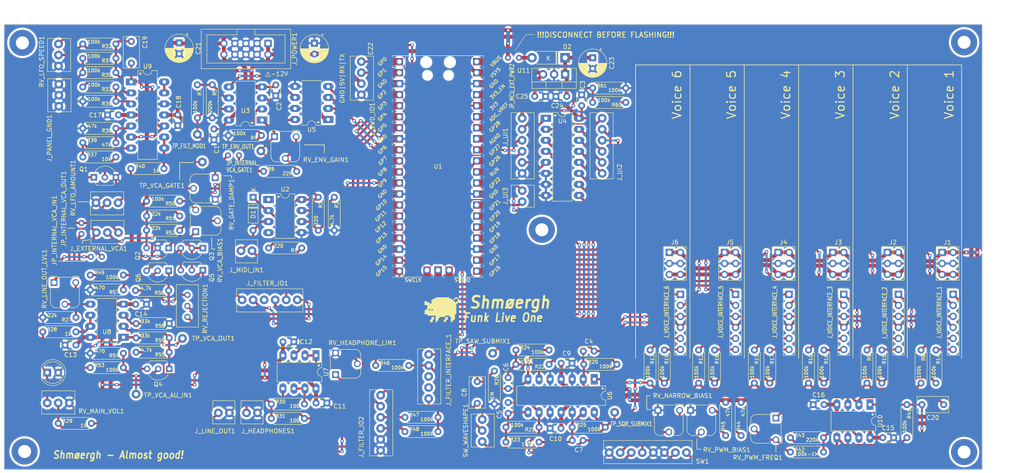
<source format=kicad_pcb>
(kicad_pcb (version 20221018) (generator pcbnew)
  (layers (0 "F.Cu" signal) (31 "B.Cu" signal) (34 "B.Paste" user) (35 "F.Paste" user) (36 "B.SilkS" user "B.Silkscreen") (37 "F.SilkS" user "F.Silkscreen") (38 "B.Mask" user) (39 "F.Mask" user) (44 "Edge.Cuts" user))
  (net 0 "")
  (net 1 "+12V")
  (net 2 "GND")
  (net 3 "-12V")
  (net 4 "+3.3V")
  (net 5 "Net-(U6A--)")
  (net 6 "Net-(C4-Pad2)")
  (net 7 "Net-(U6C--)")
  (net 8 "Net-(C5-Pad2)")
  (net 9 "Net-(U6B--)")
  (net 10 "Net-(SW_WAVESHAPE1-A)")
  (net 11 "Net-(U6D--)")
  (net 12 "Net-(SW_WAVESHAPE1-C)")
  (net 13 "Net-(SW_WAVESHAPE1-B)")
  (net 14 "/Filter Interface/AUDIO_IN")
  (net 15 "Net-(U9B--)")
  (net 16 "Net-(U9A--)")
  (net 17 "Net-(U10A--)")
  (net 18 "Net-(C20-Pad2)")
  (net 19 "+5V")
  (net 20 "Net-(D1-K)")
  (net 21 "Net-(D1-A)")
  (net 22 "Net-(D_NEGATIVE_LIMITER1-K)")
  (net 23 "/VCA (Internal)/GATE")
  (net 24 "/Digital/ENVELOPE")
  (net 25 "/VCA (Internal)/AUDIO_IN")
  (net 26 "/Filter Interface/AUDIO_OUT")
  (net 27 "/VCA (Internal)/AUDIO_OUT")
  (net 28 "/Output/AUDIO_IN")
  (net 29 "Net-(J_FILTER_INTERFACE_1-Pin_2)")
  (net 32 "CUTOFF_IN")
  (net 33 "MODWHEEL_IN")
  (net 34 "/Filter Interface/LFO_IN")
  (net 35 "/Digital/WAH_VELOCITY")
  (net 36 "/Digital/FILTER_MOD")
  (net 37 "FILTER_DIGI_MOD_IN")
  (net 38 "WAH_AMNT_IN")
  (net 39 "Net-(J_HEADPHONES1-PadT)")
  (net 40 "Net-(J_LINE_OUT1-PadT)")
  (net 41 "Net-(J_MIDI_IN1-Pin_1)")
  (net 42 "UART_TX")
  (net 43 "UART_RX")
  (net 44 "1.5V")
  (net 45 "/Digital/Digital UI/MODE")
  (net 46 "/Digital/Digital UI/SOLO_CHORD")
  (net 47 "/Digital/Digital UI/DETUNE")
  (net 48 "/Digital/Digital UI/SOFT")
  (net 49 "/Digital/Digital UI/HOLD")
  (net 50 "/Digital/Digital UI/RING")
  (net 51 "/Digital/Digital UI/RING_TIME")
  (net 52 "/Digital/Digital UI/PORTAMENTO")
  (net 53 "/Digital/Digital UI/KB_TRACKING")
  (net 54 "/Digital/Digital UI/EXTRA_GPIO1")
  (net 55 "/Digital/Digital UI/EXTRA_GPIO2")
  (net 56 "/Digital/RESET_2")
  (net 57 "/Digital/AMP_2")
  (net 58 "/LFO + PWM/PULSE_WIDTH")
  (net 59 "/LFO + PWM/PWM_OUT")
  (net 60 "/Mixer/SAW_2_IN")
  (net 61 "/Mixer/SQR_2_IN")
  (net 62 "/Digital/RESET_1")
  (net 63 "/Digital/AMP_1")
  (net 64 "/Mixer/SAW_1_IN")
  (net 65 "/Mixer/SQR_1_IN")
  (net 66 "/Digital/RESET_3")
  (net 67 "/Digital/AMP_3")
  (net 68 "/Mixer/SAW_3_IN")
  (net 69 "/Mixer/SQR_3_IN")
  (net 70 "/Digital/RESET_4")
  (net 71 "/Digital/AMP_4")
  (net 72 "/Mixer/SAW_4_IN")
  (net 73 "/Mixer/SQR_4_IN")
  (net 74 "/Digital/RESET_5")
  (net 75 "/Digital/AMP_5")
  (net 76 "/Mixer/SAW_5_IN")
  (net 77 "/Mixer/SQR_5_IN")
  (net 78 "/Digital/RESET_6")
  (net 79 "/Digital/AMP_6")
  (net 80 "/Mixer/SAW_6_IN")
  (net 81 "/Mixer/SQR_6_IN")
  (net 82 "Net-(Q1-C)")
  (net 83 "Net-(Q1-B)")
  (net 84 "Net-(Q2-C)")
  (net 85 "Net-(Q2-E)")
  (net 86 "Net-(Q4-C)")
  (net 87 "Net-(Q4-B)")
  (net 88 "Net-(Q4-E)")
  (net 89 "Net-(Q6-C)")
  (net 90 "Net-(Q6-B)")
  (net 91 "Net-(U2-VO1)")
  (net 92 "MIDI_IN")
  (net 93 "Net-(U3A--)")
  (net 94 "Net-(U3B--)")
  (net 95 "Net-(R6-Pad2)")
  (net 96 "Net-(U8B-+)")
  (net 97 "Net-(U8B--)")
  (net 98 "Net-(R29-Pad2)")
  (net 99 "Net-(U7B--)")
  (net 100 "Net-(U7A--)")
  (net 101 "Net-(R32-Pad2)")
  (net 102 "Net-(U9A-+)")
  (net 103 "Net-(R37-Pad1)")
  (net 104 "Net-(U9B-+)")
  (net 105 "Net-(R40-Pad1)")
  (net 106 "Net-(U9C--)")
  (net 107 "Net-(U10B-+)")
  (net 108 "Net-(R42-Pad1)")
  (net 109 "Net-(R42-Pad2)")
  (net 110 "Net-(R44-Pad1)")
  (net 111 "Net-(R45-Pad1)")
  (net 112 "Net-(R49-Pad2)")
  (net 113 "Net-(R50-Pad1)")
  (net 114 "Net-(R51-Pad1)")
  (net 115 "Net-(R52-Pad1)")
  (net 116 "Net-(R55-Pad2)")
  (net 117 "Net-(R56-Pad2)")
  (net 118 "Net-(U7A-+)")
  (net 119 "Net-(RV_NARROW_BIAS1-Pad2)")
  (net 120 "Net-(RV_PWM_BIAS1-Pad2)")
  (net 121 "MUX_A")
  (net 122 "MUX_B")
  (net 123 "MUX_C")
  (net 124 "DAC_CS")
  (net 125 "DAC_SCK")
  (net 126 "DAC_SDI")
  (net 127 "MUX_BINARY")
  (net 138 "Net-(U3A-+)")
  (net 139 "Net-(U3B-+)")
  (net 140 "Net-(U9D--)")
  (net 141 "Net-(D2-A)")
  (net 142 "Net-(D2-K)")
  (footprint "TestPoint:TestPoint_THTPad_D2.0mm_Drill1.0mm" (layer "F.Cu") (at 149.86 110.744)
    (fp_text reference "TP_SAW_SUBMIX1")
    (fp_text value "TestPoint")
  )
  (footprint "Shmoergh_Custom_Footprints:R_Axial_DIN0207_L6.3mm_D2.5mm_P7.62mm_Horizontal" (layer "F.Cu") (at 172.867293 49.657)
    (fp_text reference "R61")
    (fp_text value "100k")
  )
  (footprint "Shmoergh_Custom_Footprints:R_Axial_DIN0207_L6.3mm_D2.5mm_P7.62mm_Horizontal" (layer "F.Cu") (at 64.897 96.139 180)
    (fp_text reference "R57")
    (fp_text value "470")
  )
  (footprint "Capacitor_THT:CP_Radial_D6.3mm_P2.50mm" (layer "F.Cu") (at 172.867293 42.672 -90)
    (fp_text reference "C23")
    (fp_text value "10u")
  )
  (footprint "Potentiometer_THT:Potentiometer_Runtron_RM-065_Vertical" (layer "F.Cu") (at 99.648 60.833)
    (fp_text reference "RV_ENV_GAIN1")
    (fp_text value "200k")
  )
  (footprint "Shmoergh_Custom_Footprints:R_Axial_DIN0207_L6.3mm_D2.5mm_P7.62mm_Horizontal" (layer "F.Cu") (at 197.231 109.982 -90)
    (fp_text reference "R12")
    (fp_text value "100k")
  )
  (footprint "Potentiometer_THT:Potentiometer_Runtron_RM-065_Vertical" (layer "F.Cu") (at 86.026 70.271 -90)
    (fp_text reference "RV_GATE_DAMP1")
    (fp_text value "100k")
  )
  (footprint "Shmoergh_Custom_Footprints:R_Axial_DIN0207_L6.3mm_D2.5mm_P7.62mm_Horizontal" (layer "F.Cu") (at 63.17275 39.497 180)
    (fp_text reference "R32")
    (fp_text value "100k")
  )
  (footprint "Capacitor_THT:C_Rect_L7.0mm_W3.5mm_P5.00mm" (layer "F.Cu") (at 146.304 122.261 90)
    (fp_text reference "C8")
    (fp_text value "470n (foil)")
  )
  (footprint "Shmoergh_Custom_Footprints:R_Axial_DIN0207_L6.3mm_D2.5mm_P7.62mm_Horizontal" (layer "F.Cu") (at 155.194 109.982)
    (fp_text reference "R24")
    (fp_text value "100k")
  )
  (footprint "PCM_Package_TO_SOT_THT_AKL:TO-92_Inline_Wide" (layer "F.Cu") (at 58.09275 70.21)
    (fp_text reference "Q1")
    (fp_text value "BC548C" hide)
  )
  (footprint "Shmoergh_Custom_Footprints:R_Axial_DIN0207_L6.3mm_D2.5mm_P7.62mm_Horizontal" (layer "F.Cu") (at 239.395 109.982 -90)
    (fp_text reference "R15")
    (fp_text value "100k")
  )
  (footprint "LED_THT:LED_D5.0mm" (layer "F.Cu") (at 47.366 115.189)
    (fp_text reference "D_NEGATIVE_LIMITER1" hide)
    (fp_text value "Red LED")
  )
  (footprint "Potentiometer_THT:Potentiometer_Runtron_RM-065_Vertical" (layer "F.Cu") (at 113.711 115.657 90)
    (fp_text reference "RV_HEADPHONE_LIM1")
    (fp_text value "10k")
  )
  (footprint "Shmoergh_Custom_Footprints:R_Axial_DIN0207_L6.3mm_D2.5mm_P7.62mm_Horizontal" (layer "F.Cu") (at 170.815 113.284)
    (fp_text reference "R20")
    (fp_text value "100k")
  )
  (footprint "Shmoergh_Custom_Footprints:NSL25_01x02_Vertical-AudioJack-TS" (layer "F.Cu") (at 93.218 124.46)
    (fp_text reference "J_HEADPHONES1")
    (fp_text value "3.5mm jack")
  )
  (footprint "Shmoergh_Custom_Footprints:R_Axial_DIN0207_L6.3mm_D2.5mm_P7.62mm_Horizontal" (layer "F.Cu") (at 251.841 109.982 -90)
    (fp_text reference "R14")
    (fp_text value "100k")
  )
  (footprint "PCM_Package_DIP_AKL:DIP-8_W7.62mm_LongPads" (layer "F.Cu") (at 96.789 57.013 180)
    (fp_text reference "U3")
    (fp_text value "TL072" hide)
  )
  (footprint "Connector_PinHeader_2.54mm:PinHeader_1x06_P2.54mm_Vertical" (layer "F.Cu") (at 243.205 97.155)
    (fp_text reference "J_VOICE_INTERFACE_2")
    (fp_text value "Conn_01x06")
  )
  (footprint "PCM_Jumper_AKL_Double:Jumper_P2.54mm_D0.7mm" (layer "F.Cu") (at 153.359293 42.672)
    (fp_text reference "JP_MCU_EXT_PWR2")
    (fp_text value "jmpr" hide)
  )
  (footprint "Capacitor_THT:C_Disc_D3.0mm_W2.0mm_P2.50mm" (layer "F.Cu") (at 163.068 128.016)
    (fp_text reference "C10")
    (fp_text value "100n")
  )
  (footprint "Shmoergh_Custom_Footprints:R_Axial_DIN0207_L6.3mm_D2.5mm_P7.62mm_Horizontal" (layer "F.Cu") (at 66.60175 68.199)
    (fp_text reference "R40")
    (fp_text value "1k")
  )
  (footprint "Shmoergh_Custom_Footprints:R_Axial_DIN0207_L6.3mm_D2.5mm_P7.62mm_Horizontal" (layer "F.Cu") (at 235.966 109.982 -90)
    (fp_text reference "R9")
    (fp_text value "100k")
  )
  (footprint "Shmoergh_Custom_Footprints:R_Axial_DIN0207_L6.3mm_D2.5mm_P7.62mm_Horizontal" (layer "F.Cu") (at 129.667 128.778)
    (fp_text reference "R48")
    (fp_text value "100k")
  )
  (footprint "Shmoergh_Custom_Footprints:R_Axial_DIN0207_L6.3mm_D2.5mm_P7.62mm_Horizontal" (layer "F.Cu") (at 248.412 109.982 -90)
    (fp_text reference "R8")
    (fp_text value "100k")
  )
  (footprint "Shmoergh_Custom_Footprints:R_Axial_DIN0207_L6.3mm_D2.5mm_P7.62mm_Horizontal" (layer "F.Cu") (at 77.851 82.423 180)
    (fp_text reference "R52")
    (fp_text value "22k")
  )
  (footprint "Shmoergh_Custom_Footprints:R_Axial_DIN0207_L6.3mm_D2.5mm_P7.62mm_Horizontal" (layer "F.Cu") (at 218.353 130.175)
    (fp_text reference "R43")
    (fp_text value "220k")
  )
  (footprint "Shmoergh_Custom_Footprints:R_Axial_DIN0207_L6.3mm_D2.5mm_P7.62mm_Horizontal" (layer "F.Cu") (at 150.241 114.808 -90)
    (fp_text reference "R26")
    (fp_text value "1M")
  )
  (footprint "Capacitor_THT:C_Disc_D3.0mm_W2.0mm_P2.50mm" (layer "F.Cu") (at 85.725 59.075 -90)
    (fp_text reference "C1")
    (fp_text value "100n")
  )
  (footprint "Shmoergh_Custom_Footprints:R_Axial_DIN0207_L6.3mm_D2.5mm_P7.62mm_Horizontal" (layer "F.Cu") (at 63.17275 46.101 180)
    (fp_text reference "R35")
    (fp_text value "100k")
  )
  (footprint "TestPoint:TestPoint_THTPad_D2.0mm_Drill1.0mm" (layer "F.Cu") (at 96.52 64.135)
    (fp_text reference "TP_ENV_OUT1")
    (fp_text value "TestPoint")
  )
  (footprint "Shmoergh_Custom_Footprints:NSL25_01x03_Vertical" (layer "F.Cu") (at 58.674 82.931)
    (fp_text reference "J_EXTERNAL_VCA1")
    (fp_text value "Conn_01x03")
  )
  (footprint "Capacitor_THT:C_Rect_L7.0mm_W3.5mm_P5.00mm" (layer "F.Cu") (at 253.619 122.555 180)
    (fp_text reference "C20")
    (fp_text value "470n foil")
  )
  (footprint "Shmoergh_Custom_Footprints:NSL25_01x02_Vertical" (layer "F.Cu") (at 156.651293 73.279 -90)
    (fp_text reference "J_UI3")
    (fp_text value "Conn_01x02")
  )
  (footprint "Shmoergh_Custom_Footprints:R_Axial_DIN0207_L6.3mm_D2.5mm_P7.62mm_Horizontal" (layer "F.Cu") (at 57.277 92.71)
    (fp_text reference "R49")
    (fp_text value "100k")
  )
  (footprint "Shmoergh_Custom_Footprints:NSL25_01x06_Vertical" (layer "F.Cu") (at 104.902 98.425 180)
    (fp_text reference "J_FILTER_IO1")
    (fp_text value "Conn_01x06")
  )
  (footprint "Shmoergh_Custom_Footprints:R_Axial_DIN0207_L6.3mm_D2.5mm_P7.62mm_Horizontal" (layer "F.Cu") (at 226.06 109.982 -90)
    (fp_text reference "R16")
    (fp_text value "100k")
  )
  (footprint "Capacitor_THT:C_Disc_D3.0mm_W2.0mm_P2.50mm" (layer "F.Cu") (at 99.949 51.435 90)
    (fp_text reference "C2")
    (fp_text value "100n")
  )
  (footprint "Shmoergh_Custom_Footprints:NSL25_01x04_Vertical" (layer "F.Cu") (at 119.634 43.561 -90)
    (fp_text reference "J_SWD_IO1")
    (fp_text value "Conn_01x04")
  )
  (footprint "MountingHole:MountingHole_3mm_Pad" (layer "F.Cu") (at 258.318 39.116)
    (fp_text reference "H1" hide)
    (fp_text value "MountingHole")
  )
  (footprint "Shmoergh_Custom_Footprints:R_Axial_DIN0207_L6.3mm_D2.5mm_P7.62mm_Horizontal" (layer "F.Cu") (at 98.933 122.428)
    (fp_text reference "R30")
    (fp_text value "100")
  )
  (footprint "Capacitor_THT:C_Disc_D3.0mm_W2.0mm_P2.50mm" (layer "F.Cu") (at 53.975 108.839 180)
    (fp_text reference "C13")
    (fp_text value "100n")
  )
  (footprint "Shmoergh_Custom_Footprints:NSL25_01x03_Vertical" (layer "F.Cu") (at 47.371 122.174)
    (fp_text reference "RV_MAIN_VOL1")
    (fp_text value "A100k")
  )
  (footprint "PCM_Package_TO_SOT_THT_AKL:TO-92_Inline_Wide" (layer "F.Cu") (at 75.311 86.487 180)
    (fp_text reference "Q2")
    (fp_text value "BC558" hide)
  )
  (footprint "PCM_Package_DIP_AKL:DIP-8_W7.62mm_LongPads" (layer "F.Cu") (at 236.651 122.54 -90)
    (fp_text reference "U10")
    (fp_text value "TL072" hide)
  )
  (footprint "Shmoergh_Custom_Footprints:R_Axial_DIN0207_L6.3mm_D2.5mm_P7.62mm_Horizontal" (layer "F.Cu") (at 218.353 133.477)
    (fp_text reference "R42")
    (fp_text value "100k-1M")
  )
  (footprint "Shmoergh_Custom_Footprints:R_Axial_DIN0207_L6.3mm_D2.5mm_P7.62mm_Horizontal" (layer "F.Cu") (at 75.438 107.188 180)
    (fp_text reference "R59")
    (fp_text value "33k")
  )
  (footprint "PCM_Package_DIP_AKL:DIP-8_W7.62mm_LongPads" (layer "F.Cu") (at 109.21 111.237 -90)
    (fp_text reference "U7")
    (fp_text value "NE5532" hide)
  )
  (footprint "PCM_Jumper_AKL_Double:Jumper_P2.54mm_D0.7mm" (layer "F.Cu") (at 88.95 65.151)
    (fp_text reference "JP_INTERNAL_VCA_GATE1" hide)
    (fp_text value "jmpr" hide)
  )
  (footprint "Shmoergh_Custom_Footprints:R_Axial_DIN0207_L6.3mm_D2.5mm_P7.62mm_Horizontal" (layer "F.Cu") (at 98.933 125.73)
    (fp_text reference "R31")
    (fp_text value "100")
  )
  (footprint "Capacitor_THT:C_Disc_D3.0mm_W2.0mm_P2.50mm" (layer "F.Cu") (at 159.532293 51.562)
    (fp_text reference "C25")
    (fp_text value "100n")
  )
  (footprint "Connector_PinHeader_2.54mm:PinHeader_1x06_P2.54mm_Vertical" (layer "F.Cu") (at 230.632 97.155)
    (fp_text reference "J_VOICE_INTERFACE_3")
    (fp_text value "Conn_01x06")
  )
  (footprint "Connector_PinHeader_2.54mm:PinHeader_2x03_P2.54mm_Vertical" (layer "F.Cu") (at 228.092 87.503)
    (fp_text reference "J3")
    (fp_text value "Power")
  )
  (footprint "PCM_Package_TO_SOT_THT_AKL:TO-92_Inline_Wide" (layer "F.Cu") (at 75.438 114.321 180)
    (fp_text reference "Q4")
    (fp_text value "BC548" hide)
  )
  (footprint "Shmoergh_Custom_Footprints:R_Axial_DIN0207_L6.3mm_D2.5mm_P7.62mm_Horizontal" (layer "F.Cu") (at 180.487293 52.959 180)
    (fp_text reference "R60")
    (fp_text value "100k")
  )
  (footprint "Capacitor_THT:C_Disc_D3.0mm_W2.0mm_P2.50mm" (layer "F.Cu") (at 153.416 116.352 -90)
    (fp_text reference "C6")
    (fp_text value "22p")
  )
  (footprint "PCM_Package_TO_SOT_THT_AKL:TO-92_Inline_Wide" (layer "F.Cu") (at 83.185 86.508 180)
    (fp_text reference "Q3")
    (fp_text value "BC548" hide)
  )
  (footprint "Shmoergh_Custom_Footprints:R_Axial_DIN0207_L6.3mm_D2.5mm_P7.62mm_Horizontal" (layer "F.Cu") (at 200.914 109.982 -90)
    (fp_text reference "R18")
    (fp_text value "100k")
  )
  (footprint "PCM_Package_DIP_AKL:DIP-14_W7.62mm_LongPads" (layer "F.Cu") (at 173.228 116.713 -90)
    (fp_text reference "U6")
    (fp_text value "TL074" hide)
  )
  (footprint "Shmoergh_Custom_Footprints:R_Axial_DIN0207_L6.3mm_D2.5mm_P7.62mm_Horizontal" (layer "F.Cu") (at 109.728 74.803 -90)
    (fp_text reference "R3")
    (fp_text value "220")
  )
  (footprint "MCU_RaspberryPi_and_Boards:RPi_Pico_SMD_TH" (layer "F.Cu") (at 137.287 67.691)
    (fp_text reference "U1")
    (fp_text value "Pico")
  )
  (footprint "Shmoergh_Custom_Footprints:R_Axial_DIN0207_L6.3mm_D2.5mm_P7.62mm_Horizontal" (layer "F.Cu") (at 53.975 102.489 180)
    (fp_text reference "R27")
    (fp_text value "22k")
  )
  (footprint "Shmoergh_Custom_Footprints:R_Axial_DIN0207_L6.3mm_D2.5mm_P7.62mm_Horizontal" (layer "F.Cu") (at 168.148 127.762)
    (fp_text reference "R25")
    (fp_text value "100k")
  )
  (footprint "Capacitor_THT:CP_Radial_D6.3mm_P2.50mm" (layer "F.Cu") (at 77.724 39.243 -90)
    (fp_text reference "C21")
    (fp_text value "100u")
  )
  (footprint "Shmoergh_Custom_Footprints:NSL25_01x05_Vertical" (layer "F.Cu") (at 135.128 110.998 -90)
    (fp_text reference "J_FILTER_INTERFACE_1")
    (fp_text value "Conn_01x05")
  )
  (footprint "Shmoergh_Custom_Footprints:R_Axial_DIN0207_L6.3mm_D2.5mm_P7.62mm_Horizontal" (layer "F.Cu") (at 160.528 127.762 180)
    (fp_text reference "R21")
    (fp_text value "100k")
  )
  (footprint "Shmoergh_Custom_Footprints:R_Axial_DIN0207_L6.3mm_D2.5mm_P7.62mm_Horizontal" (layer "F.Cu") (at 63.17275 52.705 180)
    (fp_text reference "R36")
    (fp_text value "100k")
  )
  (footprint "Potentiometer_THT:Potentiometer_Runtron_RM-065_Vertical" (layer "F.Cu") (at 215.005 125.643 -90)
    (fp_text reference "RV_PWM_FREQ1")
    (fp_text value "1M")
  )
  (footprint "Shmoergh_Custom_Footprints:NSL25_01x06_Vertical" (layer "F.Cu") (at 156.627293 56.604 -90)
    (fp_text reference "J_UI1")
    (fp_text value "Conn_01x06")
  )
  (footprint "Shmoergh_Custom_Footprints:R_Axial_DIN0207_L6.3mm_D2.5mm_P7.62mm_Horizontal" (layer "F.Cu") (at 57.277 114.046)
    (fp_text reference "R53")
    (fp_text value "100k")
  )
  (footprint "Shmoergh_Custom_Footprints:R_Axial_DIN0207_L6.3mm_D2.5mm_P7.62mm_Horizontal" (layer "F.Cu") (at 105.918 86.487 180)
    (fp_text reference "R1")
    (fp_text value "220")
  )
  (footprint "Capacitor_THT:C_Disc_D3.0mm_W2.0mm_P2.50mm" (layer "F.Cu") (at 239.602 130.175)
    (fp_text reference "C15")
    (fp_text value "100n")
  )
  (footprint "Potentiometer_THT:Potentiometer_Bourns_3296W_Vertical" (layer "F.Cu") (at 79.629 102.362 -90)
    (fp_text reference "RV_REJECTION1")
    (fp_text value "10k")
  )
  (footprint "PCM_Package_DIP_AKL:DIP-8_W7.62mm_LongPads" (layer "F.Cu") (at 64.912 107.051 180)
    (fp_text reference "U8")
    (fp_text value "TL072" hide)
  )
  (footprint "PCM_Jumper_AKL_Double:Jumper_P2.54mm_D0.7mm" (layer "F.Cu") (at 59.944 88.519 180)
    (fp_text reference "JP_INTERNAL_VCA_IN1")
    (fp_text value "jmpr" hide)
  )
  (footprint "Capacitor_THT:C_Disc_D3.0mm_W2.0mm_P2.50mm" (layer "F.Cu") (at 70.211 99.441 180)
    (fp_text reference "C14")
    (fp_text value "100n")
  )
  (footprint "Connector_PinHeader_2.54mm:PinHeader_2x03_P2.54mm_Vertical" (layer "F.Cu") (at 203.195 87.503)
    (fp_text reference "J5")
    (fp_text value "Power")
  )
  (footprint "Shmoergh_Custom_Footprints:Gyeszno" (layer "F.Cu") (at 138.303 100.711)
    (fp_text reference "G***" hide)
    (fp_text value "LOGO" hide)
  )
  (footprint "Shmoergh_Custom_Footprints:R_Axial_DIN0207_L6.3mm_D2.5mm_P7.62mm_Horizontal" (layer "F.Cu") (at 210.058 109.982 -90)
    (fp_text reference "R11")
    (fp_text value "100k")
  )
  (footprint "Connector_PinHeader_2.54mm:PinHeader_2x03_P2.54mm_Vertical" (layer "F.Cu") (at 215.519 87.503)
    (fp_text reference "J4")
    (fp_text value "Power")
  )
  (footprint "Shmoergh_Custom_Footprints:R_Axial_DIN0207_L6.3mm_D2.5mm_P7.62mm_Horizontal" (layer "F.Cu") (at 55.55275 65.532)
    (fp_text reference "R37")
    (fp_text value "10k")
  )
  (footprint "Capacitor_THT:C_Disc_D3.0mm_W2.0mm_P2.50mm" (layer "F.Cu") (at 109.22 122.174)
    (fp_text reference "C11")
    (fp_text value "100n")
  )
  (footprint "Connector_PinHeader_2.54mm:PinHeader_1x06_P2.54mm_Vertical" (layer "F.Cu") (at 193.04 97.155)
    (fp_text reference "J_VOICE_INTERFACE_6")
    (fp_text value "Conn_01x06")
  )
  (footprint "Shmoergh_Custom_Footprints:R_Axial_DIN0207_L6.3mm_D2.5mm_P7.62mm_Horizontal" (layer "F.Cu") (at 75.311 96.266 180)
    (fp_text reference "R56")
    (fp_text value "4.7k")
  )
  (footprint "Shmoergh_Custom_Footprints:R_Axial_DIN0207_L6.3mm_D2.5mm_P7.62mm_Horizontal" (layer "F.Cu") (at 122.936 113.538)
    (fp_text reference "R46")
    (fp_text value "100k")
  )
  (footprint "Connector_PinHeader_2.54mm:PinHeader_2x03_P2.54mm_Vertical" (layer "F.Cu") (at 190.5 87.503)
    (fp_text reference "J6")
    (fp_text value "Power")
  )
  (footprint "Shmoergh_Custom_Footprints:R_Axial_DIN0207_L6.3mm_D2.5mm_P7.62mm_Horizontal" (layer "F.Cu") (at 203.454 129.667 90)
    (fp_text reference "R45")
    (fp_text value "47k")
  )
  (footprint "Shmoergh_Custom_Footprints:NSL25_01x03_Vertical" (layer "F.Cu") (at 63.68075 76.073 180)
    (fp_text reference "RV_LFO_AMOUNT1")
    (fp_text value "100k")
  )
  (footprint "Shmoergh_Custom_Footprints:R_Axial_DIN0207_L6.3mm_D2.5mm_P7.62mm_Horizontal" (layer "F.Cu") (at 63.17275 58.928 180)
    (fp_text reference "R38")
    (fp_text value "47k")
  )
  (footprint "Connector_PinHeader_2.54mm:PinHeader_1x06_P2.54mm_Vertical" (layer "F.Cu") (at 218.023528 97.155)
    (fp_text reference "J_VOICE_INTERFACE_4")
    (fp_text value "Conn_01x06")
  )
  (footprint "PCM_Jumper_AKL_Double:Jumper_P2.54mm_D0.7mm" (layer "F.Cu") (at 55.245 83.262 90)
    (fp_text reference "JP_INTERNAL_VCA_OUT1")
    (fp_text value "jmpr" hide)
  )
  (footprint "Shmoergh_Custom_Footprints:R_Axial_DIN0207_L6.3mm_D2.5mm_P7.62mm_Horizontal" (layer "F.Cu") (at 77.851 75.692 180)
    (fp_text reference "R50")
    (fp_text value "100k")
  )
  (footprint "Shmoergh_Custom_Footprints:R_Axial_DIN0207_L6.3mm_D2.5mm_P7.62mm_Horizontal" (layer "F.Cu") (at 186.055 109.982 -90)
    (fp_text reference "R13")
    (fp_text value "100k")
  )
  (footprint "TestPoint:TestPoint_THTPad_D2.0mm_Drill1.0mm" (layer "F.Cu") (at 81.915 60.325)
    (fp_text reference "TP_FILT_MOD1")
    (fp_text value "TestPoint")
  )
  (footprint "Shmoergh_Custom_Footprints:R_Axial_DIN0207_L6.3mm_D2.5mm_P7.62mm_Horizontal" (layer "F.Cu") (at 77.851 79.121 180)
    (fp_text reference "R51")
    (fp_text value "22k")
  )
  (footprint "Capacitor_THT:C_Disc_D3.0mm_W2.0mm_P2.50mm" (layer "F.Cu") (at 168.148 130.81)
    (fp_text reference "C7")
    (fp_text value "22p")
  )
  (footprint "Shmoergh_Custom_Footprints:R_Axial_DIN0207_L6.3mm_D2.5mm_P7.62mm_Horizontal" (layer "F.Cu") (at 129.667 125.476)
    (fp_text reference "R47")
    (fp_text value "100k")
  )
  (footprint "Shmoergh_Custom_Footprints:R_Axial_DIN0207_L6.3mm_D2.5mm_P7.62mm_Horizontal" (layer "F.Cu") (at 97.155 68.834)
    (fp_text reference "R6")
    (fp_text value "22k")
  )
  (footprint "Capacitor_THT:C_Disc_D3.0mm_W2.0mm_P2.50mm" (layer "F.Cu") (at 104.12 108.077 180)
    (fp_text reference "C12")
    (fp_text value "100n")
  )
  (footprint "Shmoergh_Custom_Footprints:R_Axial_DIN0207_L6.3mm_D2.5mm_P7.62mm_Horizontal" (layer "F.Cu") (at 81.915 48.895 -90)
    (fp_text reference "R7")
    (fp_text value "100k")
  )
  (footprint "Capacitor_THT:C_Disc_D3.0mm_W2.0mm_P2.50mm" (layer "F.Cu") (at 166.898293 51.562 180)
    (fp_text reference "C24")
    (fp_text value "330n")
  )
  (footprint "Capacitor_THT:C_Disc_D3.0mm_W2.0mm_P2.50mm" (layer "F.Cu") (at 165.608 113.03)
    (fp_text reference "C9")
    (fp_text value "100n")
  )
  (footprint "Capacitor_THT:C_Disc_D3.0mm_W2.0mm_P2.50mm" (layer "F.Cu") (at 77.39675 58.293 90)
    (fp_text reference "C18")
    (fp_text value "100n")
  )
  (footprint "MountingHole:MountingHole_3mm_Pad" (layer "F.Cu") (at 41.656 39.243)
    (fp_text reference "H4" hide)
    (fp_text value "MountingHole")
  )
  (footprint "Shmoergh_Custom_Footprints:R_Axial_DIN0207_L6.3mm_D2.5mm_P7.62mm_Horizontal" (layer "F.Cu") (at 213.614 109.982 -90)
    (fp_text reference "R17")
    (fp_text value "100k")
  )
  (footprint "PCM_Package_DIP_AKL:DIP-8_W7.62mm_LongPads" (layer "F.Cu") (at 98.283 75.321)
    (fp_text reference "U2")
    (fp_text value "6N138" hide)
  )
  (footprint "Capacitor_THT:C_Disc_D3.0mm_W2.0mm_P2.50mm" (layer "F.Cu") (at 170.708 110.236)
    (fp_text reference "C4")
    (fp_text value "22p")
  )
  (footprint "Connector_PinHeader_2.54mm:PinHeader_1x06_P2.54mm_Vertical" (layer "F.Cu") (at 205.735 97.155)
    (fp_text reference "J_VOICE_INTERFACE_5")
    (fp_text value "Conn_01x06")
  )
  (footprint "Shmoergh_Custom_Footprints:R_Axial_DIN0207_L6.3mm_D2.5mm_P7.62mm_Horizontal" (layer "F.Cu") (at 85.344 48.895 -90)
    (fp_text reference "R5")
    (fp_text value "200k")
  )
  (footprint "PCM_Package_DIP_AKL:DIP-16_W7.62mm_LongPads" (layer "F.Cu") (at 162.088293 56.604)
    (fp_text reference "U4")
    (fp_text value "CD4051B" hide)
  )
  (footprint "Capacitor_THT:C_Disc_D3.0mm_W2.0mm_P2.50mm" (layer "F.Cu") (at 170.327293 53.701 90)
    (fp_text reference "C3")
    (fp_text value "100n")
  )
  (footprint "Shmoergh_Custom_Footprints:R_Axial_DIN0207_L6.3mm_D2.5mm_P7.62mm_Horizontal" (layer "F.Cu") (at 46.355 105.791)
    (fp_text reference "R28")
    (fp_text value "1k")
  )
  (footprint "Shmoergh_Custom_Footprints:NSL25_01x06_Vertical" (layer "F.Cu") (at 175.042293 69.304 90)
    (fp_text reference "J_UI2")
    (fp_text value "Conn_01x06")
  )
  (footprint "Potentiometer_THT:Potentiometer_Runtron_RM-065_Vertical" (layer "F.Cu") (at 187.873 123.871)
    (fp_text reference "RV_NARROW_BIAS1")
    (fp_text value "100k")
  )
  (footprint "Diode_THT:D_DO-41_SOD81_P7.62mm_Horizontal" (layer "F.Cu") (at 166.517293 42.672 180)
    (fp_text reference "D2")
    (fp_text value "1N4001")
  )
  (footprint "Shmoergh_Custom_Footprints:R_Axial_DIN0207_L6.3mm_D2.5mm_P7.62mm_Horizontal" (layer "F.Cu") (at 63.17275 42.799 180)
    (fp_text reference "R34")
    (fp_text value "100k")
  )
  (footprint "Shmoergh_Custom_Footprints:NSL25_01x03_Vertical" (layer "F.Cu") (at 50.038 48.768 -90)
    (fp_text reference "J_PANEL_GND1")
    (fp_text value "Conn_01x03_Pin")
  )
  (footprint "Shmoergh_Custom_Footprints:R_Axial_DIN0207_L6.3mm_D2.5mm_P7.62mm_Horizontal" (layer "F.Cu") (at 96.647 60.579 180)
    (fp_text reference "R4")
    (fp_text value "100k")
  )
  (footprint "Capacitor_THT:C_Rect_L7.0mm_W3.5mm_P5.00mm" (layer "F.Cu") (at 66.72875 43.902 90)
    (fp_text reference "C19")
    (fp_text value "22n-47n (foil)")
  )
  (footprint "Shmoergh_Custom_Footprints:R_Axial_DIN0207_L6.3mm_D2.5mm_P7.62mm_Horizontal" (layer "F.Cu") (at 75.438 110.49 180)
    (fp_text reference "R55")
    (fp_text value "4.7k")
  )
  (footprint "Shmoergh_Custom_Footprints:R_Axial_DIN0207_L6.3mm_D2.5mm_P7.62mm_Horizontal" (layer "F.Cu") (at 207.01 129.667 90)
    (fp_text reference "R44")
    (fp_text value "47k")
  )
  (footprint "PCM_Package_TO_SOT_THT_AKL:TO-220-3_Vertical" (layer "F.Cu") (at 166.517293 46.482 180)
    (fp_text reference "U11")
    (fp_text value "L7805" hide)
  )
  (footprint "TestPoint:TestPoint_THTPad_D2.0mm_Drill1.0mm" (layer "F.Cu") (at 78.486 107.315)
    (fp_text reference "TP_VCA_OUT1")
    (fp_text value "TestPoint")
  )
  (footprint "Shmoergh_Custom_Footprints:R_Axial_DIN0207_L6.3mm_D2.5mm_P7.62mm_Horizontal" (layer "F.Cu") (at 55.55275 62.23)
    (fp_text reference "R39")
    (fp_text value "47k")
  )
  (footprint "Diode_THT:D_DO-35_SOD27_P7.62mm_Horizontal" (layer "F.Cu") (at 94.742 74.803 -90)
    (fp_text reference "D1")
    (fp_text value "1N4148")
  )
  (footprint "Shmoergh_Custom_Footprints:R_Axial_DIN0207_L6.3mm_D2.5mm_P7.62mm_Horizontal" (layer "F.Cu") (at 245.15 122.555 -90)
    (fp_text reference "R41")
    (fp_text value "100k")
  )
  (footprint "Shmoergh_Custom_Footprints:R_Axial_DIN0207_L6.3mm_D2.5mm_P7.62mm_Horizontal" (layer "F.Cu") (at 162.814 113.284 180)
    (fp_text reference "R22")
    (fp_text value "100k")
  )
  (footprint "MountingHole:MountingHole_3mm_Pad" (layer "F.Cu") (at 42.164 133.35)
    (fp_text reference "H3" hide)
    (fp_text value "MountingHole")
  )
  (footprint "Shmoergh_Custom_Footprints:R_Axial_DIN0207_L6.3mm_D2.5mm_P7.62mm_Horizontal" (layer "F.Cu") (at 49.911 126.873)
    (fp_text reference "R29")
    (fp_text value "1k")
  )
  (footprint "PCM_Package_DIP_AKL:DIP-14_W7.62mm_LongPads" (layer "F.Cu") (at 66.675 48.23325)
    (fp_text reference "U9")
    (fp_text value "TL074" hide)
  )
  (footprint "Shmoergh_Custom_Footprints:R_Axial_DIN0207_L6.3mm_D2.5mm_P7.62mm_Horizontal" (layer "F.Cu") (at 189.357 109.982 -90)
    (fp_text reference "R19")
    (fp_text value "100k")
  )
  (footprint "Connector_PinHeader_2.54mm:PinHeader_1x06_P2.54mm_Vertical" (layer "F.Cu") (at 255.778 97.155)
    (fp_text reference "J_VOICE_INTERFACE_1")
    (fp_text value "Conn_01x06")
  )
  (footprint "Potentiometer_THT:Potentiometer_Runtron_RM-065_Vertical" (layer "F.Cu") (at 81.534 82.724 90)
    (fp_text reference "RV_VCA_BIAS1")
    (fp_text value "100k")
  )
  (footprint "Connector_PinHeader_2.54mm:PinHeader_2x03_P2.54mm_Vertical" (layer "F.Cu") (at 240.665 87.503)
    (fp_text reference "J2")
    (fp_text value "Power")
  )
  (footprint "Shmoergh_Custom_Footprints:R_Axial_DIN0207_L6.3mm_D2.5mm_P7.62mm_Horizontal" (layer "F.Cu") (at 222.504 109.982 -90)
    (fp_text reference "R10")
    (fp_text value "100k")
  )
  (footprint "Shmoergh_Custom_Footprints:R_Axial_DIN0207_L6.3mm_D2.5mm_P7.62mm_Horizontal" (layer "F.Cu") (at 152.908 131.191)
    (fp_text reference "R23")
    (fp_text value "100k")
  )
  (footprint "Shmoergh_Custom_Footprints:R_Axial_DIN0207_L6.3mm_D2.5mm_P7.62mm_Horizontal" (layer "F.Cu") (at 75.438 103.886 180)
    (fp_text reference "R58")
    (fp_text value "33k")
  )
  (footprint "Shmoergh_Custom_Footprints:NSL25_01x02_Vertical-AudioJack-TS" (layer "F.Cu") (at 86.741 124.46)
    (fp_text reference "J_LINE_OUT1")
    (fp_text value "3.5mm jack")
  )
  (footprint "Shmoergh_Custom_Footprints:NSL25_01x03_Vertical" (layer "F.Cu") (at 147.447 125.984 -90)
    (fp_text reference "SW_WAVESHAPE1")
    (fp_text value "SW_SPDT")
  )
  (footprint "PCM_Package_DIP_AKL:DIP-8_W7.62mm_LongPads" (layer "F.Cu") (at 112.014 56.896 180)
    (fp_text reference "U5")
    (fp_text value "MCP4822" hide)
  )
  (footprint "TestPoint:TestPoint_THTPad_D2.0mm_Drill1.0mm" (layer "F.Cu") (at 67.818 120.142)
    (fp_text reference "TP_VCA_AU_IN1")
    (fp_text value "TestPoint")
  )
  (footprint "Capacitor_THT:CP_Radial_D6.3mm_P2.50mm" (layer "F.Cu") (at 108.839 39.330621 -90)
    (fp_text reference "C22")
    (fp_text value "100u")
  )
  (footprint "Shmoergh_Custom_Footprints:NSL25_01x03_Vertical" (layer "F.Cu") (at 49.96475 39.497 -90)
    (fp_text reference "RV_LFO_SPEED1")
    (fp_text value "100k")
  )
  (footprint "Capacitor_THT:C_Disc_D3.0mm_W2.0mm_P2.50mm" (layer "F.Cu") (at 153.416 122.067 -90)
    (fp_text reference "C5")
    (fp_text value "22p")
  )
  (footprint "Potentiometer_THT:Potentiometer_Runtron_RM-065_Vertical" (layer "F.Cu") (at 48.935 94.441)
    (fp_text reference "RV_LINE_OUT_LVL1")
    (fp_text value "100k")
  )
  (footprint "PCM_Package_TO_SOT_THT_AKL:TO-92_Inline_Wide" (layer "F.Cu") (at 75.311 91.715 180)
    (fp_text reference "Q6")
    (fp_text value "BC548" hide)
  )
  (footprint "Connector_PinHeader_2.54mm:PinHeader_2x03_P2.54mm_Vertical" (layer "F.Cu") (at 253.238 87.503)
    (fp_text reference "J1")
    (fp_text value "Power")
  )
  (footprint "Shmoergh_Custom_Footprints:NSL25_01x06_Vertical" (layer "F.Cu") (at 124.079 120.396 -90)
    (fp_text reference "J_FILTER_IO2")
    (fp_text value "Conn_01x06")
  )
  (footprint "TestPoint:TestPoint_THTPad_D2.0mm_Drill1.0mm" (layer "F.Cu") (at 177.927 124.333)
    (fp_text reference "TP_SQR_SUBMIX1")
    (fp_text value "TestPoint")
  )
  (footprint "Capacitor_THT:C_Disc_D3.0mm_W2.0mm_P2.50mm" (layer "F.Cu") (at 63.754 55.83325 180)
    (fp_text reference "C17")
    (fp_text value "100n")
  )
  (footprint "Shmoergh_Custom_Footprints:R_Axial_DIN0207_L6.3mm_D2.5mm_P7.62mm_Horizontal" (layer "F.Cu") (at 113.411 74.803 -90)
    (fp_text reference "R2")
    (fp_text value "4.7k")
  )
  (footprint "Connector_IDC:IDC-Header_2x05_P2.54mm_Vertical" (layer "F.Cu") (at 98.171 39.37 -90)
    (fp_text reference "J_POWER1")
    (fp_text value "Euro Power")
  )
  (footprint "Shmoergh_Custom_Footprints:R_Axial_DIN0207_L6.3mm_D2.5mm_P7.62mm_Horizontal" (layer "F.Cu") (at 64.897 110.744 180)
    (fp_text reference "R54")
    (fp_text value "470")
  )
  (footprint "Shmoergh_Custom_Footprints:R_Axial_DIN0207_L6.3mm_D2.5mm_P7.62mm_Horizontal" (layer "F.Cu") (at 63.17275 49.403 180)
    (fp_text reference "R33")
    (fp_text value "100k")
  )
  (footprint "PCM_Package_TO_SOT_THT_AKL:TO-92_Inline_Wide" (layer "F.Cu") (at 83.185 91.588 180)
    (fp_text reference "Q5")
    (fp_text value "BC548" hide)
  )
  (footprint "TestPoint:TestPoint_THTPad_D2.0mm_Drill1.0mm" (layer "F.Cu") (at 83.058 66.675)
    (fp_text reference "TP_VCA_GATE1")
    (fp_text value "TestPoint")
  )
  (footprint "Shmoergh_Custom_Footprints:NSL25_01x08_Vertical" (layer "F.Cu") (at 176.657 133.604)
    (fp_text reference "SW1")
    (fp_text value "SW_DP3T")
  )
  (footprint "MountingHole:MountingHole_3mm_Pad" (layer "F.Cu") (at 161.163 82.296)
    (fp_text reference "H5" hide)
    (fp_text value "MountingHole")
  )
  (footprint "Potentiometer_THT:Potentiometer_Runtron_RM-065_Vertical" (layer "F.Cu") (at 195.366 123.871)
    (fp_text reference "RV_PWM_BIAS1")
    (fp_text value "100k")
  )
  (footprint "MountingHole:MountingHole_3mm_Pad" (layer "F.Cu") (at 258.318 133.477)
    (fp_text reference "H2" hide)
    (fp_text value "MountingHole")
  )
  (footprint "Capacitor_THT:C_Disc_D3.0mm_W2.0mm_P2.50mm" (layer "F.Cu") (at 223.6 122.555)
    (fp_text reference "C16")
    (fp_text value "100n")
  )
  (footprint "Shmoergh_Custom_Footprints:NSL25_01x02_Vertical" (layer "F.Cu") (at 94.488 87.122 180)
    (fp_text reference "J_MIDI_IN1")
    (fp_text value "Conn_01x02")
  )
  (gr_line (start 186.055 120.523) (end 185.293 120.523) (stroke (width 0.15)) (layer "F.SilkS"))
  (gr_line (start 89.789 70.485) (end 89.789 69.85) (stroke (width 0.15)) (layer "F.SilkS"))
  (gr_line (start 196.85 132.842) (end 196.85 130.429) (stroke (width 0.15)) (layer "F.SilkS"))
  (gr_line (start 232.737 44.323) (end 232.737 111.823) (stroke (width 0.15)) (layer "F.SilkS"))
  (gr_line (start 245.237 44.323) (end 245.237 111.823) (stroke (width 0.15)) (layer "F.SilkS"))
  (gr_line (start 55.499 84.836) (end 57.15 84.582) (stroke (width 0.15)) (layer "F.SilkS"))
  (gr_line (start 195.237 44.323) (end 195.237 111.823) (stroke (width 0.15)) (layer "F.SilkS"))
  (gr_line (start 111.125 62.738) (end 106.553 62.738) (stroke (width 0.15)) (layer "F.SilkS"))
  (gr_line (start 50.038 89.535) (end 56.007 89.535) (stroke (width 0.15)) (layer "F.SilkS"))
  (gr_line (start 159.385 37.338) (end 157.48 37.338) (stroke (width 0.1)) (layer "F.SilkS"))
  (gr_line (start 207.737 44.323) (end 207.737 111.823) (stroke (width 0.15)) (layer "F.SilkS"))
  (gr_line (start 89.789 69.85) (end 88.011 69.85) (stroke (width 0.15)) (layer "F.SilkS"))
  (gr_line (start 85.979 86.741) (end 85.217 86.741) (stroke (width 0.15)) (layer "F.SilkS"))
  (gr_line (start 85.217 86.741) (end 85.217 84.074) (stroke (width 0.15)) (layer "F.SilkS"))
  (gr_line (start 182.737 44.323) (end 257.737 44.323) (stroke (width 0.15)) (layer "F.SilkS"))
  (gr_line (start 185.293 120.523) (end 185.293 123.698) (stroke (width 0.15)) (layer "F.SilkS"))
  (gr_line (start 197.866 132.842) (end 196.85 132.842) (stroke (width 0.15)) (layer "F.SilkS"))
  (gr_line (start 220.237 44.323) (end 220.237 111.823) (stroke (width 0.15)) (layer "F.SilkS"))
  (gr_line (start 77.851 66.802) (end 81.026 66.802) (stroke (width 0.15)) (layer "F.SilkS"))
  (gr_line (start 52.197 81.915) (end 53.594 81.915) (stroke (width 0.15)) (layer "F.SilkS"))
  (gr_line (start 55.499 85.471) (end 55.499 84.836) (stroke (width 0.15)) (layer "F.SilkS"))
  (gr_line (start 182.737 44.323) (end 182.737 111.823) (stroke (width 0.15)) (layer "F.SilkS"))
  (gr_line (start 157.48 37.338) (end 154.94 41.148) (stroke (width 0.1)) (layer "F.SilkS"))
  (gr_line (start 257.737 44.323) (end 257.737 111.823) (stroke (width 0.15)) (layer "F.SilkS"))
  (gr_line (start 111.125 64.643) (end 111.125 62.738) (stroke (width 0.15)) (layer "F.SilkS"))
  (gr_line (start 54.483 75.819) (end 56.769 75.819) (stroke (width 0.15)) (layer "F.SilkS"))
  (gr_line (start 215.011 133.477) (end 215.011 132.08) (stroke (width 0.15)) (layer "F.SilkS"))
  (gr_line (start 77.851 70.739) (end 77.851 66.802) (stroke (width 0.15)) (layer "F.SilkS"))
  (gr_line (start 185.293 123.698) (end 186.182 123.698) (stroke (width 0.15)) (layer "F.SilkS"))
  (gr_rect (start 37.5 35) (end 262.5 137.5) (stroke (width 0.1)) (fill none) (layer "Edge.Cuts"))
  (gr_text "GND|5V|RX|TX" (at 115.824 53.213 90) (layer "F.SilkS") (effects (font (size 1 1)) (justify left bottom)))
  (gr_text "Shmøergh" (at 144.272 100.584) (layer "F.SilkS") (effects (font (size 2.7 2.5) (thickness 0.5) bold italic) (justify left bottom)))
  (gr_text "!!!DISCONNECT BEFORE FLASHING!!!" (at 159.893 38.1) (layer "F.SilkS") (effects (font (size 1.2 1.2) (thickness 0.2) bold) (justify left bottom)))
  (gr_text "Shmøergh - Almost good!" (at 48.514 135.128) (layer "F.SilkS") (effects (font (size 1.7 1.5) (thickness 0.3) bold italic) (justify left bottom)))
  (gr_text "Voice 4" (at 218.4654 45.339 90) (layer "F.SilkS") (effects (font (size 2 2) (thickness 0.25)) (justify right bottom)))
  (gr_text "Voice 2" (at 243.5098 45.339 90) (layer "F.SilkS") (effects (font (size 2 2) (thickness 0.25)) (justify right bottom)))
  (gr_text "-12V" (at 98.671 46.974) (layer "F.SilkS") (effects (font (size 1 1)) (justify left bottom)))
  (gr_text "Voice 6" (at 193.421 45.339 90) (layer "F.SilkS") (effects (font (size 2 2) (thickness 0.25)) (justify right bottom)))
  (gr_text "Voice 5" (at 205.9432 45.339 90) (layer "F.SilkS") (effects (font (size 2 2) (thickness 0.25)) (justify right bottom)))
  (gr_text "Voice 3" (at 230.9876 45.339 90) (layer "F.SilkS") (effects (font (size 2 2) (thickness 0.25)) (justify right bottom)))
  (gr_text "JP_INTERNAL_\nVCA_GATE1" (at 88.519 69.088) (layer "F.SilkS") (effects (font (size 1 0.75)) (justify left bottom)))
  (gr_text "Funk Live One" (at 142.875 103.632) (layer "F.SilkS") (effects (font (size 1.9 1.7) (thickness 0.35) bold italic) (justify left bottom)))
  (gr_text "Voice 1" (at 256.032 45.339 90) (layer "F.SilkS") (effects (font (size 2 2) (thickness 0.25)) (justify right bottom)))
  (segment (start 165.608 116.713) (end 165.608 113.03) (width 0.889) (layer "F.Cu") (net 1))
  (segment (start 240.665 87.503) (end 238.76 89.408) (width 0.889) (layer "F.Cu") (net 1))
  (segment (start 261.366 87.503) (end 261.366 123.663446) (width 0.889) (layer "F.Cu") (net 1))
  (segment (start 207.01 121.539) (end 209.804 121.539) (width 0.889) (layer "F.Cu") (net 1))
  (segment (start 258.156446 126.873) (end 236.728 126.873) (width 0.889) (layer "F.Cu") (net 1))
  (segment (start 203.195 87.503) (end 199.512 91.186) (width 0.889) (layer "F.Cu") (net 1))
  (segment (start 60.071 107.061) (end 60.061 107.051) (width 0.889) (layer "F.Cu") (net 1))
  (segment (start 211.709 127.508) (end 212.979 128.778) (width 0.889) (layer "F.Cu") (net 1))
  (segment (start 209.804 121.539) (end 211.709 123.444) (width 0.889) (layer "F.Cu") (net 1))
  (segment (start 70.28475 55.753) (end 70.28475 72.59025) (width 0.889) (layer "F.Cu") (net 1))
  (segment (start 91.694 43.815) (end 92.964 45.085) (width 0.889) (layer "F.Cu") (net 1))
  (segment (start 255.778 87.503) (end 253.238 87.503) (width 0.889) (layer "F.Cu") (net 1))
  (segment (start 245.237 89.535) (end 243.205 87.503) (width 0.889) (layer "F.Cu") (net 1))
  (segment (start 88.011 42.926) (end 88.9 43.815) (width 0.889) (layer "F.Cu") (net 1))
  (segment (start 168.021 119.888) (end 165.608 117.475) (width 0.889) (layer "F.Cu") (net 1))
  (segment (start 87.884 38.354) (end 89.916 36.322) (width 0.889) (layer "F.Cu") (net 1))
  (segment (start 98.933 102.743) (end 97.409 104.267) (width 0.508) (layer "F.Cu") (net 1))
  (segment (start 109.21 118.857) (end 106.685 116.332) (width 0.889) (layer "F.Cu") (net 1))
  (segment (start 88.011 39.37) (end 77.851 39.37) (width 0.889) (layer "F.Cu") (net 1))
  (segment (start 228.092 87.503) (end 226.187 89.408) (width 0.889) (layer "F.Cu") (net 1))
  (segment (start 196.723 91.186) (end 193.04 87.503) (width 0.889) (layer "F.Cu") (net 1))
  (segment (start 60.325 91.948) (end 60.325 92.71) (width 0.889) (layer "F.Cu") (net 1))
  (segment (start 77.851 39.37) (end 77.724 39.243) (width 0.889) (layer "F.Cu") (net 1))
  (segment (start 203.454 121.539) (end 207.01 121.539) (width 0.889) (layer "F.Cu") (net 1))
  (segment (start 92.964 45.085) (end 92.964 53.218) (width 0.889) (layer "F.Cu") (net 1))
  (segment (start 212.979 128.778) (end 217.6308 128.778) (width 0.889) (layer "F.Cu") (net 1))
  (segment (start 70.60225 39.6875) (end 69.723 40.56675) (width 0.889) (layer "F.Cu") (net 1))
  (segment (start 66.802 85.471) (end 60.325 91.948) (width 0.889) (layer "F.Cu") (net 1))
  (segment (start 52.63175 36.83) (end 67.74475 36.83) (width 0.508) (layer "F.Cu") (net 1))
  (segment (start 69.977 124.841) (end 62.611 124.841) (width 0.889) (layer "F.Cu") (net 1))
  (segment (start 88.011 39.37) (end 87.884 39.243) (width 0.889) (layer "F.Cu") (net 1))
  (segment (start 60.071 122.301) (end 60.071 117.983) (width 0.889) (layer "F.Cu") (net 1))
  (segment (start 219.5358 126.873) (end 236.728 126.873) (width 0.889) (layer "F.Cu") (net 1))
  (segment (start 107.569 102.743) (end 98.933 102.743) (width 0.508) (layer "F.Cu") (net 1))
  (segment (start 179.832 118.999) (end 178.943 119.888) (width 0.889) (layer "F.Cu") (net 1))
  (segment (start 211.709 123.444) (end 211.709 127.508) (width 0.889) (layer "F.Cu") (net 1))
  (segment (start 66.802 76.073) (end 66.802 85.471) (width 0.889) (layer "F.Cu") (net 1))
  (segment (start 236.651 130.16) (end 236.651 126.95) (width 0.889) (layer "F.Cu") (net 1))
  (segment (start 85.725 59.075) (end 87.107 59.075) (width 0.508) (layer "F.Cu") (net 1))
  (segment (start 67.74475 36.83) (end 70.60225 39.6875) (width 0.508) (layer "F.Cu") (net 1))
  (segment (start 70.28475 48.103486) (end 70.28475 55.753) (width 0.889) (layer "F.Cu") (net 1))
  (segment (start 88.265 116.332) (end 83.693 120.904) (width 0.889) (layer "F.Cu") (net 1))
  (segment (start 236.666 130.175) (end 236.651 130.16) (width 0.889) (layer "F.Cu") (net 1))
  (segment (start 251.206 89.535) (end 245.237 89.535) (width 0.889) (layer "F.Cu") (net 1))
  (segment (start 69.723 40.56675) (end 69.723 47.541736) (width 0.889) (layer "F.Cu") (net 1))
  (segment (start 63.774 55.85325) (end 63.754 55.83325) (width 0.889) (layer "F.Cu") (net 1))
  (segment (start 92.964 53.218) (end 89.169 57.013) (width 0.889) (layer "F.Cu") (net 1))
  (segment (start 109.21 122.164) (end 109.22 122.174) (width 0.889) (layer "F.Cu") (net 1))
  (segment (start 70.28475 72.59025) (end 66.802 76.073) (width 0.889) (layer "F.Cu") (net 1))
  (segment (start 71.04675 39.243) (end 70.60225 39.6875) (width 0.889) (layer "F.Cu") (net 1))
  (segment (start 253.238 87.503) (end 251.206 89.535) (width 0.889) (layer "F.Cu") (net 1))
  (segment (start 104.902 98.425) (end 106.553 98.425) (width 0.508) (layer "F.Cu") (net 1))
  (segment (start 88.011 39.37) (end 88.011 41.91) (width 0.889) (layer "F.Cu") (net 1))
  (segment (start 81.28 117.983) (end 63.373 117.983) (width 0.508) (layer "F.Cu") (net 1))
  (segment (start 60.325 106.807) (end 60.071 107.061) (width 0.889) (layer "F.Cu") (net 1))
  (segment (start 71.04675 39.243) (end 77.724 39.243) (width 0.889) (layer "F.Cu") (net 1))
  (segment (start 88.011 41.91) (end 88.011 42.926) (width 0.889) (layer "F.Cu") (net 1))
  (segment (start 70.1845 55.85325) (end 70.28475 55.753) (width 0.889) (layer "F.Cu") (net 1))
  (segment (start 230.632 87.503) (end 228.092 87.503) (width 0.889) (layer "F.Cu") (net 1))
  (segment (start 165.608 117.475) (end 165.608 116.713) (width 0.889) (layer "F.Cu") (net 1))
  (segment (start 69.723 47.541736) (end 70.28475 48.103486) (width 0.889) (layer "F.Cu") (net 1))
  (segment (start 226.187 89.408) (end 219.964 89.408) (width 0.889) (layer "F.Cu") (net 1))
  (segment (start 153.359293 39.426707) (end 153.416 39.37) (width 0.889) (layer "F.Cu") (net 1))
  (segment (start 215.519 87.503) (end 213.741 89.281) (width 0.889) (layer "F.Cu") (net 1))
  (segment (start 239.602 130.175) (end 236.666 130.175) (width 0.889) (layer "F.Cu") (net 1))
  (segment (start 261.366 123.663446) (end 258.156446 126.873) (width 0.889) (layer "F.Cu") (net 1))
  (segment (start 106.553 98.425) (end 107.569 99.441) (width 0.508) (layer "F.Cu") (net 1))
  (segment (start 89.916 36.322) (end 153.416 36.322) (width 0.889) (layer "F.Cu") (net 1))
  (segment (start 83.693 120.904) (end 73.914 120.904) (width 0.889) (layer "F.Cu") (net 1))
  (segment (start 55.763 107.051) (end 53.975 108.839) (width 0.889) (layer "F.Cu") (net 1))
  (segment (start 106.685 116.332) (end 97.409 116.332) (width 0.889) (layer "F.Cu") (net 1))
  (segment (start 238.76 89.408) (end 232.537 89.408) (width 0.889) (layer "F.Cu") (net 1))
  (segment (start 97.409 116.332) (end 88.265 116.332) (width 0.889) (layer "F.Cu") (net 1))
  (segment (start 79.629 99.822) (end 82.296 102.489) (width 0.508) (layer "F.Cu") (net 1))
  (segment (start 49.96475 39.497) (end 52.63175 36.83) (width 0.508) (layer "F.Cu") (net 1))
  (segment (start 203.454 122.047) (end 203.454 121.539) (width 0.508) (layer "F.Cu") (net 1))
  (segment (start 60.061 107.051) (end 57.292 107.051) (width 0.889) (layer "F.Cu") (net 1))
  (segment (start 82.296 102.489) (end 82.296 114.808) (width 0.508) (layer "F.Cu") (net 1))
  (segment (start 181.483 121.539) (end 203.454 121.539) (width 0.889) (layer "F.Cu") (net 1))
  (segment (start 217.6308 128.778) (end 219.5358 126.873) (width 0.889) (layer "F.Cu") (net 1))
  (segment (start 205.735 87.503) (end 203.195 87.503) (width 0.889) (layer "F.Cu") (net 1))
  (segment (start 213.741 89.281) (end 207.513 89.281) (width 0.889) (layer "F.Cu") (net 1))
  (segment (start 73.914 120.904) (end 69.977 124.841) (width 0.889) (layer "F.Cu") (net 1))
  (segment (start 232.537 89.408) (end 230.632 87.503) (width 0.889) (layer "F.Cu") (net 1))
  (segment (start 60.071 107.061) (end 60.071 117.983) (width 0.889) (layer "F.Cu") (net 1))
  (segment (start 57.292 107.051) (end 55.763 107.051) (width 0.889) (layer "F.Cu") (net 1))
  (segment (start 57.277 92.71) (end 60.325 92.71) (width 0.508) (layer "F.Cu") (net 1))
  (segment (start 178.943 119.888) (end 168.021 119.888) (width 0.889) (layer "F.Cu") (net 1))
  (segment (start 153.416 36.322) (end 248.031 36.322) (width 0.889) (layer "F.Cu") (net 1))
  (segment (start 82.296 114.808) (end 81.28 115.824) (width 0.508) (layer "F.Cu") (net 1))
  (segment (start 219.964 89.408) (end 218.059 87.503) (width 0.889) (layer "F.Cu") (net 1))
  (segment (start 199.512 91.186) (end 196.723 91.186) (width 0.889) (layer "F.Cu") (net 1))
  (segment (start 153.359293 42.672) (end 153.359293 39.426707) (width 0.889) (layer "F.Cu") (net 1))
  (segment (start 255.778 87.503) (end 258.826 87.503) (width 0.889) (layer "F.Cu") (net 1))
  (segment (start 236.651 126.95) (end 236.728 126.873) (width 0.889) (layer "F.Cu") (net 1))
  (segment (start 87.107 59.075) (end 89.169 57.013) (width 0.508) (layer "F.Cu") (net 1))
  (segment (start 60.325 92.71) (end 60.325 106.807) (width 0.889) (layer "F.Cu") (net 1))
  (segment (start 181.356 118.999) (end 179.832 118.999) (width 0.889) (layer "F.Cu") (net 1))
  (segment (start 87.884 39.243) (end 87.884 38.354) (width 0.889) (layer "F.Cu") (net 1))
  (segment (start 207.01 122.047) (end 207.01 121.539) (width 0.508) (layer "F.Cu") (net 1))
  (segment (start 97.409 104.267) (end 97.409 113.411) (width 0.508) (layer "F.Cu") (net 1))
  (segment (start 243.205 87.503) (end 240.665 87.503) (width 0.889) (layer "F.Cu") (net 1))
  (segment (start 62.611 124.841) (end 60.071 122.301) (width 0.889) (layer "F.Cu") (net 1))
  (segment (start 88.9 43.815) (end 91.694 43.815) (width 0.889) (layer "F.Cu") (net 1))
  (segment (start 193.04 87.503) (end 190.5 87.503) (width 0.889) (layer "F.Cu") (net 1))
  (segment (start 248.031 36.322) (end 261.366 49.657) (width 0.889) (layer "F.Cu") (net 1))
  (segment (start 109.21 118.857) (end 109.21 122.164) (width 0.889) (layer "F.Cu") (net 1))
  (segment (start 66.675 55.85325) (end 70.1845 55.85325) (width 0.889) (layer "F.Cu") (net 1))
  (segment (start 207.513 89.281) (end 205.735 87.503) (width 0.889) (layer "F.Cu") (net 1))
  (segment (start 66.675 55.85325) (end 63.774 55.85325) (width 0.889) (layer "F.Cu") (net 1))
  (segment (start 261.366 49.657) (end 261.366 87.503) (width 0.889) (layer "F.Cu") (net 1))
  (segment (start 181.356 121.412) (end 181.483 121.539) (width 0.889) (layer "F.Cu") (net 1))
  (segment (start 218.059 87.503) (end 215.519 87.503) (width 0.889) (layer "F.Cu") (net 1))
  (via (at 181.356 121.412) (size 0.8) (drill 0.4) (layers "F.Cu" "B.Cu") (net 1))
  (via (at 107.569 102.743) (size 0.8) (drill 0.4) (layers "F.Cu" "B.Cu") (net 1))
  (via (at 63.373 117.983) (size 0.8) (drill 0.4) (layers "F.Cu" "B.Cu") (net 1))
  (via (at 258.826 87.503) (size 0.8) (drill 0.4) (layers "F.Cu" "B.Cu") (net 1))
  (via (at 97.409 113.411) (size 0.8) (drill 0.4) (layers "F.Cu" "B.Cu") (net 1))
  (via (at 261.366 87.503) (size 0.8) (drill 0.4) (layers "F.Cu" "B.Cu") (net 1))
  (via (at 81.28 117.983) (size 0.8) (drill 0.4) (layers "F.Cu" "B.Cu") (net 1))
  (via (at 181.356 118.999) (size 0.8) (drill 0.4) (layers "F.Cu" "B.Cu") (net 1))
  (via (at 153.416 39.37) (size 0.8) (drill 0.4) (layers "F.Cu" "B.Cu") (net 1))
  (via (at 107.569 99.441) (size 0.8) (drill 0.4) (layers "F.Cu" "B.Cu") (net 1))
  (via (at 60.071 117.983) (size 0.8) (drill 0.4) (layers "F.Cu" "B.Cu") (net 1))
  (via (at 81.28 115.824) (size 0.8) (drill 0.4) (layers "F.Cu" "B.Cu") (net 1))
  (via (at 153.416 36.322) (size 0.8) (drill 0.4) (layers "F.Cu" "B.Cu") (net 1))
  (via (at 97.409 116.332) (size 0.8) (drill 0.4) (layers "F.Cu" "B.Cu") (net 1))
  (segment (start 153.416 39.37) (end 153.416 36.322) (width 0.889) (layer "B.Cu") (net 1))
  (segment (start 63.373 117.983) (end 60.071 117.983) (width 0.508) (layer "B.Cu") (net 1))
  (segment (start 97.409 113.411) (end 97.409 116.332) (width 0.508) (layer "B.Cu") (net 1))
  (segment (start 258.826 87.503) (end 261.366 87.503) (width 0.889) (layer "B.Cu") (net 1))
  (segment (start 181.356 121.412) (end 181.356 118.999) (width 0.889) (layer "B.Cu") (net 1))
  (segment (start 81.28 115.824) (end 81.28 117.983) (width 0.508) (layer "B.Cu") (net 1))
  (segment (start 107.569 99.441) (end 107.569 102.743) (width 0.508) (layer "B.Cu") (net 1))
  (segment (start 63.17275 71.501) (end 63.17275 70.21) (width 0.508) (layer "F.Cu") (net 2))
  (segment (start 58.60075 76.073) (end 63.17275 71.501) (width 0.508) (layer "F.Cu") (net 2))
  (segment (start 98.171 41.91) (end 98.171 39.37) (width 0.889) (layer "F.Cu") (net 3))
  (segment (start 76.221 88.392) (end 72.644 88.392) (width 0.508) (layer "F.Cu") (net 3))
  (segment (start 226.115 122.54) (end 226.1 122.555) (width 0.889) (layer "F.Cu") (net 3))
  (segment (start 240.665 92.583) (end 243.205 92.583) (width 0.889) (layer "F.Cu") (net 3))
  (segment (start 70.231 74.803) (end 70.231 75.692) (width 0.889) (layer "F.Cu") (net 3))
  (segment (start 99.889 48.935) (end 99.431 49.393) (width 0.508) (layer "F.Cu") (net 3))
  (segment (start 203.195 92.583) (end 205.735 92.583) (width 0.889) (layer "F.Cu") (net 3))
  (segment (start 79.248 57.64425) (end 79.248 65.786) (width 0.889) (layer "F.Cu") (net 3))
  (segment (start 220.091 90.551) (end 226.06 90.551) (width 0.889) (layer "F.Cu") (net 3))
  (segment (start 247.4595 37.846) (end 259.969 50.3555) (width 0.889) (layer "F.Cu") (net 3))
  (segment (start 78.105 86.508) (end 76.221 88.392) (width 0.508) (layer "F.Cu") (net 3))
  (segment (start 74.295 55.85325) (end 77.52375 55.85325) (width 0.889) (layer "F.Cu") (net 3))
  (segment (start 94.361 45.212) (end 94.361 45.593) (width 0.889) (layer "F.Cu") (net 3))
  (segment (start 61.976 99.441) (end 61.986 99.431) (width 0.889) (layer "F.Cu") (net 3))
  (segment (start 219.202 125.349) (end 217.17 127.381) (width 0.889) (layer "F.Cu") (net 3))
  (segment (start 205.735 92.583) (end 207.894 90.424) (width 0.889) (layer "F.Cu") (net 3))
  (segment (start 232.664 90.551) (end 238.633 90.551) (width 0.889) (layer "F.Cu") (net 3))
  (segment (start 180.882554 120.269) (end 179.866554 121.285) (width 0.889) (layer "F.Cu") (net 3))
  (segment (start 245.11 90.678) (end 251.333 90.678) (width 0.889) (layer "F.Cu") (net 3))
  (segment (start 229.031 125.272) (end 229.031 122.54) (width 0.889) (layer "F.Cu") (net 3))
  (segment (start 95.504 44.069) (end 94.361 45.212) (width 0.889) (layer "F.Cu") (net 3))
  (segment (start 94.361 45.593) (end 94.361 48.387) (width 0.889) (layer "F.Cu") (net 3))
  (segment (start 190.5 92.583) (end 193.04 92.583) (width 0.889) (layer "F.Cu") (net 3))
  (segment (start 67.701 99.431) (end 67.711 99.441) (width 0.889) (layer "F.Cu") (net 3))
  (segment (start 259.969 50.3555) (end 259.969 90.17) (width 0.889) (layer "F.Cu") (net 3))
  (segment (start 77.39675 55.793) (end 79.248 57.64425) (width 0.889) (layer "F.Cu") (net 3))
  (segment (start 101.59 108.107) (end 101.62 108.077) (width 0.889) (layer "F.Cu") (net 3))
  (segment (start 215.519 92.583) (end 218.059 92.583) (width 0.889) (layer "F.Cu") (net 3))
  (segment (start 101.59 111.643) (end 101.59 111.237) (width 0.889) (layer "F.Cu") (net 3))
  (segment (start 64.912 99.431) (end 67.701 99.431) (width 0.889) (layer "F.Cu") (net 3))
  (segment (start 95.367 49.393) (end 96.789 49.393) (width 0.889) (layer "F.Cu") (net 3))
  (segment (start 230.632 92.583) (end 232.664 90.551) (width 0.889) (layer "F.Cu") (net 3))
  (segment (start 259.969 90.17) (end 259.969 92.583) (width 0.889) (layer "F.Cu") (net 3))
  (segment (start 108.759621 41.91) (end 108.839 41.830621) (width 0.889) (layer "F.Cu") (net 3))
  (segment (start 63.246 123.063) (end 69.596 123.063) (width 0.889) (layer "F.Cu") (net 3))
  (segment (start 217.17 127.381) (end 213.786 127.381) (width 0.889) (layer "F.Cu") (net 3))
  (segment (start 69.342 88.392) (end 67.8815 86.9315) (width 0.508) (layer "F.Cu") (net 3))
  (segment (start 243.205 92.583) (end 245.11 90.678) (width 0.889) (layer "F.Cu") (net 3))
  (segment (start 229.108 125.349) (end 219.202 125.349) (width 0.889) (layer "F.Cu") (net 3))
  (segment (start 77.39675 55.793) (end 77.39675 47.06325) (width 0.889) (layer "F.Cu") (net 3))
  (segment (start 67.8815 86.9315) (end 61.976 92.837) (width 0.889) (layer "F.Cu") (net 3))
  (segment (start 251.333 90.678) (end 253.238 92.583) (width 0.889) (layer "F.Cu") (net 3))
  (segment (start 213.233 126.828) (end 213.233 122.936) (width 0.889) (layer "F.Cu") (net 3))
  (segment (start 61.976 121.793) (end 63.246 123.063) (width 0.889) (layer "F.Cu") (net 3))
  (segment (start 113.665 37.846) (end 247.4595 37.846) (width 0.889) (layer "F.Cu") (net 3))
  (segment (start 68.453 86.36) (end 67.8815 86.9315) (width 0.889) (layer "F.Cu") (net 3))
  (segment (start 98.171 43.053) (end 97.155 44.069) (width 0.889) (layer "F.Cu") (net 3))
  (segment (start 229.108 125.349) (end 229.031 125.272) (width 0.889) (layer "F.Cu") (net 3))
  (segment (start 61.976 92.837) (end 61.976 99.441) (width 0.889) (layer "F.Cu") (net 3))
  (segment (start 168.656 121.285) (end 165.608 124.333) (width 0.889) (layer "F.Cu") (net 3))
  (segment (start 78.867 45.593) (end 91.694 45.593) (width 0.889) (layer "F.Cu") (net 3))
  (segment (start 69.596 123.063) (end 73.279 119.38) (width 0.889) (layer "F.Cu") (net 3))
  (segment (start 259.969 122.809) (end 257.429 125.349) (width 0.889) (layer "F.Cu") (net 3))
  (segment (start 98.171 41.91) (end 108.759621 41.91) (width 0.889) (layer "F.Cu") (net 3))
  (segment (start 77.39675 47.06325) (end 78.867 45.593) (width 0.889) (layer "F.Cu") (net 3))
  (segment (start 94.361 48.387) (end 95.367 49.393) (width 0.889) (layer "F.Cu") (net 3))
  (segment (start 253.238 92.583) (end 255.778 92.583) (width 0.889) (layer "F.Cu") (net 3))
  (segment (start 193.04 92.583) (end 203.195 92.583) (width 0.889) (layer "F.Cu") (net 3))
  (segment (start 213.233 122.936) (end 210.566 120.269) (width 0.889) (layer "F.Cu") (net 3))
  (segment (start 229.031 122.54) (end 226.115 122.54) (width 0.889) (layer "F.Cu") (net 3))
  (segment (start 61.976 99.441) (end 61.976 121.793) (width 0.889) (layer "F.Cu") (net 3))
  (segment (start 99.431 49.393) (end 96.789 49.393) (width 0.508) (layer "F.Cu") (net 3))
  (segment (start 213.786 127.381) (end 213.233 126.828) (width 0.889) (layer "F.Cu") (net 3))
  (segment (start 101.59 111.237) (end 101.59 108.107) (width 0.889) (layer "F.Cu") (net 3))
  (segment (start 165.608 127.976) (end 165.568 128.016) (width 0.889) (layer "F.Cu") (net 3))
  (segment (start 82.804 119.38) (end 87.503 114.681) (width 0.889) (layer "F.Cu") (net 3))
  (segment (start 165.608 124.333) (end 165.608 127.976) (width 0.889) (layer "F.Cu") (net 3))
  (segment (start 98.171 41.91) (end 98.171 43.053) (width 0.889) (layer "F.Cu") (net 3))
  (segment (start 218.059 92.583) (end 220.091 90.551) (width 0.889) (layer "F.Cu") (net 3))
  (segment (start 73.279 119.38) (end 82.804 119.38) (width 0.889) (layer "F.Cu") (net 3))
  (segment (start 259.969 92.583) (end 255.778 92.583) (width 0.889) (layer "F.Cu") (net 3))
  (segment (start 79.248 65.786) (end 70.231 74.803) (width 0.889) (layer "F.Cu") (net 3))
  (segment (start 68.453 77.47) (end 68.453 86.36) (width 0.889) (layer "F.Cu") (net 3))
  (segment (start 61.986 99.431) (end 64.912 99.431) (width 0.889) (layer "F.Cu") (net 3))
  (segment (start 259.969 90.17) (end 259.969 122.809) (width 0.889) (layer "F.Cu") (net 3))
  (segment (start 213.36 90.424) (end 215.519 92.583) (width 0.889) (layer "F.Cu") (net 3))
  (segment (start 69.977 88.392) (end 69.342 88.392) (width 0.508) (layer "F.Cu") (net 3))
  (segment (start 228.092 92.583) (end 230.632 92.583) (width 0.889) (layer "F.Cu") (net 3))
  (segment (start 98.552 114.681) (end 101.59 111.643) (width 0.889) (layer "F.Cu") (net 3))
  (segment (start 78.105 86.508) (end 78.105 91.588) (width 0.508) (layer "F.Cu") (net 3))
  (segment (start 87.503 114.681) (end 98.552 114.681) (width 0.889) (layer "F.Cu") (net 3))
  (segment (start 99.949 48.935) (end 99.889 48.935) (width 0.508) (layer "F.Cu") (net 3))
  (segment (start 207.894 90.424) (end 213.36 90.424) (width 0.889) (layer "F.Cu") (net 3))
  (segment (start 97.155 44.069) (end 95.504 44.069) (width 0.889) (layer "F.Cu") (net 3))
  (segment (start 257.429 125.349) (end 229.108 125.349) (width 0.889) (layer "F.Cu") (net 3))
  (segment (start 108.839 41.830621) (end 109.680379 41.830621) (width 0.889) (layer "F.Cu") (net 3))
  (segment (start 109.680379 41.830621) (end 113.665 37.846) (width 0.889) (layer "F.Cu") (net 3))
  (segment (start 179.866554 121.285) (end 168.656 121.285) (width 0.889) (layer "F.Cu") (net 3))
  (segment (start 70.231 75.692) (end 68.453 77.47) (width 0.889) (layer "F.Cu") (net 3))
  (segment (start 238.633 90.551) (end 240.665 92.583) (width 0.889) (layer "F.Cu") (net 3))
  (segment (start 210.566 120.269) (end 180.882554 120.269) (width 0.889) (layer "F.Cu") (net 3))
  (segment (start 226.06 90.551) (end 228.092 92.583) (width 0.889) (layer "F.Cu") (net 3))
  (via (at 72.644 88.392) (size 0.8) (drill 0.4) (layers "F.Cu" "B.Cu") (net 3))
  (via (at 69.977 88.392) (size 0.8) (drill 0.4) (layers "F.Cu" "B.Cu") (net 3))
  (via (at 91.694 45.593) (size 0.8) (drill 0.4) (layers "F.Cu" "B.Cu") (net 3))
  (via (at 94.361 45.593) (size 0.8) (drill 0.4) (layers "F.Cu" "B.Cu") (net 3))
  (segment (start 91.694 45.593) (end 94.361 45.593) (width 0.889) (layer "B.Cu") (net 3))
  (segment (start 72.644 88.392) (end 69.977 88.392) (width 0.508) (layer "B.Cu") (net 3))
  (segment (start 175.385293 52.959) (end 171.740293 56.604) (width 0.508) (layer "F.Cu") (net 4))
  (segment (start 102.362 98.425) (end 102.362 92.964) (width 0.508) (layer "F.Cu") (net 4))
  (segment (start 146.177 53.721) (end 133.35 53.721) (width 0.508) (layer "F.Cu") (net 4))
  (segment (start 156.627293 53.737) (end 156.611293 53.721) (width 0.889) (layer "F.Cu") (net 4))
  (segment (start 107.061 84.582) (end 104.14 84.582) (width 0.508) (layer "F.Cu") (net 4))
  (segment (start 105.903 75.321) (end 109.21 75.321) (width 0.508) (layer "F.Cu") (net 4))
  (segment (start 102.362 92.964) (end 107.95 87.376) (width 0.508) (layer "F.Cu") (net 4))
  (segment (start 146.177 53.721) (end 153.744293 53.721) (width 0.889) (layer "F.Cu") (net 4))
  (segment (start 104.14 84.582) (end 103.378 83.82) (width 0.508) (layer "F.Cu") (net 4))
  (segment (start 169.708293 56.604) (end 166.825293 53.721) (width 0.889) (layer "F.Cu") (net 4))
  (segment (start 103.378 83.82) (end 103.378 76.835) (width 0.508) (layer "F.Cu") (net 4))
  (segment (start 170.327293 53.701) (end 170.327293 55.985) (width 0.508) (layer "F.Cu") (net 4))
  (segment (start 107.95 85.471) (end 107.061 84.582) (width 0.508) (layer "F.Cu") (net 4))
  (segment (start 104.892 75.321) (end 105.903 75.321) (width 0.508) (layer "F.Cu") (net 4))
  (segment (start 131.318 39.751) (end 114.427 39.751) (width 0.508) (layer "F.Cu") (net 4))
  (segment (start 170.327293 55.985) (end 169.708293 56.604) (width 0.508) (layer "F.Cu") (net 4))
  (segment (start 180.487293 52.959) (end 175.385293 52.959) (width 0.508) (layer "F.Cu") (net 4))
  (segment (start 108.077 46.101) (end 108.077 73.152) (width 0.508) (layer "F.Cu") (net 4))
  (segment (start 108.077 73.152) (end 109.728 74.803) (width 0.508) (layer "F.Cu") (net 4))
  (segment (start 131.318 51.689) (end 131.318 42.926) (width 0.508) (layer "F.Cu") (net 4))
  (segment (start 171.740293 56.604) (end 169.708293 56.604) (width 0.508) (layer "F.Cu") (net 4))
  (segment (start 103.378 76.835) (end 104.892 75.321) (width 0.508) (layer "F.Cu") (net 4))
  (segment (start 107.95 87.376) (end 107.95 85.471) (width 0.508) (layer "F.Cu") (net 4))
  (segment (start 114.427 39.751) (end 108.077 46.101) (width 0.508) (layer "F.Cu") (net 4))
  (segment (start 156.627293 56.604) (end 156.627293 53.737) (width 0.889) (layer "F.Cu") (net 4))
  (segment (start 109.21 75.321) (end 109.728 74.803) (width 0.508) (layer "F.Cu") (net 4))
  (segment (start 156.611293 53.721) (end 153.744293 53.721) (width 0.889) (layer "F.Cu") (net 4))
  (segment (start 133.35 53.721) (end 131.318 51.689) (width 0.508) (layer "F.Cu") (net 4))
  (segment (start 166.825293 53.721) (end 156.611293 53.721) (width 0.889) (layer "F.Cu") (net 4))
  (via (at 131.318 42.926) (size 0.8) (drill 0.4) (layers "F.Cu" "B.Cu") (net 4))
  (via (at 131.318 39.751) (size 0.8) (drill 0.4) (layers "F.Cu" "B.Cu") (net 4))
  (segment (start 131.318 42.926) (end 131.318 39.751) (width 0.508) (layer "B.Cu") (net 4))
  (segment (start 210.058 117.602) (end 211.366 118.91) (width 0.508) (layer "F.Cu") (net 5))
  (segment (start 186.055 117.602) (end 187.363 118.91) (width 0.508) (layer "F.Cu") (net 5))
  (segment (start 170.708 110.236) (end 170.708 113.177) (width 0.508) (layer "F.Cu") (net 5))
  (segment (start 197.231 117.602) (end 198.539 118.91) (width 0.508) (layer "F.Cu") (net 5))
  (segment (start 198.539 118.91) (end 208.75 118.91) (width 0.508) (layer "F.Cu") (net 5))
  (segment (start 222.504 117.602) (end 223.812 118.91) (width 0.508) (layer "F.Cu") (net 5))
  (segment (start 208.75 118.91) (end 210.058 117.602) (width 0.508) (layer "F.Cu") (net 5))
  (segment (start 170.688 116.713) (end 170.688 117.983) (width 0.508) (layer "F.Cu") (net 5))
  (segment (start 171.323 118.618) (end 178.054 118.618) (width 0.508) (layer "F.Cu") (net 5))
  (segment (start 170.708 113.177) (end 170.815 113.284) (width 0.508) (layer "F.Cu") (net 5))
  (segment (start 211.366 118.91) (end 221.196 118.91) (width 0.508) (layer "F.Cu") (net 5))
  (segment (start 183.896 117.475) (end 185.928 117.475) (width 0.508) (layer "F.Cu") (net 5))
  (segment (start 221.196 118.91) (end 222.504 117.602) (width 0.508) (layer "F.Cu") (net 5))
  (segment (start 223.812 118.91) (end 234.658 118.91) (width 0.508) (layer "F.Cu") (net 5))
  (segment (start 178.054 118.618) (end 179.197 117.475) (width 0.508) (layer "F.Cu") (net 5))
  (segment (start 170.815 113.284) (end 170.815 116.586) (width 0.508) (layer "F.Cu") (net 5))
  (segment (start 247.104 118.91) (end 248.412 117.602) (width 0.508) (layer "F.Cu") (net 5))
  (segment (start 237.274 118.91) (end 247.104 118.91) (width 0.508) (layer "F.Cu") (net 5))
  (segment (start 170.815 116.586) (end 170.688 116.713) (width 0.508) (layer "F.Cu") (net 5))
  (segment (start 185.928 117.475) (end 186.055 117.602) (width 0.508) (layer "F.Cu") (net 5))
  (segment (start 187.363 118.91) (end 195.923 118.91) (width 0.508) (layer "F.Cu") (net 5))
  (segment (start 170.688 117.983) (end 171.323 118.618) (width 0.508) (layer "F.Cu") (net 5))
  (segment (start 235.966 117.602) (end 237.274 118.91) (width 0.508) (layer "F.Cu") (net 5))
  (segment (start 195.923 118.91) (end 197.231 117.602) (width 0.508) (layer "F.Cu") (net 5))
  (segment (start 179.197 117.475) (end 181.356 117.475) (width 0.508) (layer "F.Cu") (net 5))
  (segment (start 234.658 118.91) (end 235.966 117.602) (width 0.508) (layer "F.Cu") (net 5))
  (via (at 183.896 117.475) (size 0.8) (drill 0.4) (layers "F.Cu" "B.Cu") (net 5))
  (via (at 181.356 117.475) (size 0.8) (drill 0.4) (layers "F.Cu" "B.Cu") (net 5))
  (segment (start 181.356 117.475) (end 183.896 117.475) (width 0.508) (layer "B.Cu") (net 5))
  (segment (start 173.208 110.236) (end 175.387 110.236) (width 0.508) (layer "F.Cu") (net 6))
  (segment (start 173.228 116.713) (end 175.006 116.713) (width 0.508) (layer "F.Cu") (net 6))
  (segment (start 175.006 116.713) (end 178.435 113.284) (width 0.508) (layer "F.Cu") (net 6))
  (segment (start 167.17 108.928) (end 171.9 108.928) (width 0.508) (layer "F.Cu") (net 6))
  (segment (start 171.9 108.928) (end 173.208 110.236) (width 0.508) (layer "F.Cu") (net 6))
  (segment (start 175.387 110.236) (end 178.435 113.284) (width 0.508) (layer "F.Cu") (net 6))
  (segment (start 162.814 113.284) (end 167.17 108.928) (width 0.508) (layer "F.Cu") (net 6))
  (segment (start 189.357 117.602) (end 190.665 116.294) (width 0.508) (layer "F.Cu") (net 7))
  (segment (start 227.368 116.294) (end 238.087 116.294) (width 0.508) (layer "F.Cu") (net 7))
  (segment (start 182.626 118.872) (end 182.626 116.713) (width 0.508) (layer "F.Cu") (net 7))
  (segment (start 160.528 127.762) (end 160.528 124.333) (width 0.508) (layer "F.Cu") (net 7))
  (segment (start 239.395 117.602) (end 240.703 116.294) (width 0.508) (layer "F.Cu") (net 7))
  (segment (start 153.416 122.067) (end 158.262 122.067) (width 0.508) (layer "F.Cu") (net 7))
  (segment (start 190.665 116.294) (end 199.606 116.294) (width 0.508) (layer "F.Cu") (net 7))
  (segment (start 238.087 116.294) (end 239.395 117.602) (width 0.508) (layer "F.Cu") (net 7))
  (segment (start 187.325 115.57) (end 189.357 117.602) (width 0.508) (layer "F.Cu") (net 7))
  (segment (start 199.606 116.294) (end 200.914 117.602) (width 0.508) (layer "F.Cu") (net 7))
  (segment (start 212.306 116.294) (end 213.614 117.602) (width 0.508) (layer "F.Cu") (net 7))
  (segment (start 240.703 116.294) (end 250.533 116.294) (width 0.508) (layer "F.Cu") (net 7))
  (segment (start 226.06 117.602) (end 227.368 116.294) (width 0.508) (layer "F.Cu") (net 7))
  (segment (start 200.914 117.602) (end 202.222 116.294) (width 0.508) (layer "F.Cu") (net 7))
  (segment (start 172.339 133.604) (end 182.626 123.317) (width 0.508) (layer "F.Cu") (net 7))
  (segment (start 214.922 116.294) (end 224.752 116.294) (width 0.508) (layer "F.Cu") (net 7))
  (segment (start 202.222 116.294) (end 212.306 116.294) (width 0.508) (layer "F.Cu") (net 7))
  (segment (start 158.242 133.604) (end 172.339 133.604) (width 0.508) (layer "F.Cu") (net 7))
  (segment (start 160.528 127.762) (end 160.528 128.905) (width 0.508) (layer "F.Cu") (net 7))
  (segment (start 158.262 122.067) (end 160.528 124.333) (width 0.508) (layer "F.Cu") (net 7))
  (segment (start 182.626 116.713) (end 183.769 115.57) (width 0.508) (layer "F.Cu") (net 7))
  (segment (start 224.752 116.294) (end 226.06 117.602) (width 0.508) (layer "F.Cu") (net 7))
  (segment (start 160.528 128.905) (end 158.242 131.191) (width 0.508) (layer "F.Cu") (net 7))
  (segment (start 183.769 115.57) (end 187.325 115.57) (width 0.508) (layer "F.Cu") (net 7))
  (segment (start 250.533 116.294) (end 251.841 117.602) (width 0.508) (layer "F.Cu") (net 7))
  (segment (start 213.614 117.602) (end 214.922 116.294) (width 0.508) (layer "F.Cu") (net 7))
  (via (at 182.626 123.317) (size 0.8) (drill 0.4) (layers "F.Cu" "B.Cu") (net 7))
  (via (at 158.242 131.191) (size 0.8) (drill 0.4) (layers "F.Cu" "B.Cu") (net 7))
  (via (at 182.626 118.872) (size 0.8) (drill 0.4) (layers "F.Cu" "B.Cu") (net 7))
  (via (at 158.242 133.604) (size 0.8) (drill 0.4) (layers "F.Cu" "B.Cu") (net 7))
  (segment (start 158.242 131.191) (end 158.242 133.604) (width 0.508) (layer "B.Cu") (net 7))
  (segment (start 182.626 123.317) (end 182.626 118.872) (width 0.508) (layer "B.Cu") (net 7))
  (segment (start 153.416 127.254) (end 152.908 127.762) (width 0.508) (layer "F.Cu") (net 8))
  (segment (start 157.988 124.333) (end 153.65 124.333) (width 0.508) (layer "F.Cu") (net 8))
  (segment (start 153.65 124.333) (end 153.416 124.567) (width 0.508) (layer "F.Cu") (net 8))
  (segment (start 153.416 124.567) (end 153.416 127.254) (width 0.508) (layer "F.Cu") (net 8))
  (segment (start 152.908 127.762) (end 152.908 131.191) (width 0.508) (layer "F.Cu") (net 8))
  (segment (start 160.528 116.713) (end 160.528 114.3) (width 0.508) (layer "F.Cu") (net 9))
  (segment (start 153.416 116.352) (end 153.416 115.062) (width 0.508) (layer "F.Cu") (net 9))
  (segment (start 153.416 115.062) (end 155.194 113.284) (width 0.508) (layer "F.Cu") (net 9))
  (segment (start 155.194 113.284) (end 155.194 109.982) (width 0.508) (layer "F.Cu") (net 9))
  (segment (start 160.528 114.3) (end 159.512 113.284) (width 0.508) (layer "F.Cu") (net 9))
  (segment (start 159.512 113.284) (end 155.194 113.284) (width 0.508) (layer "F.Cu") (net 9))
  (segment (start 152.146 108.458) (end 156.972 108.458) (width 0.508) (layer "F.Cu") (net 10))
  (segment (start 153.416 118.852) (end 155.849 118.852) (width 0.508) (layer "F.Cu") (net 10))
  (segment (start 159.385 110.871) (end 157.988 112.268) (width 0.508) (layer "F.Cu") (net 10))
  (segment (start 155.849 118.852) (end 157.988 116.713) (width 0.508) (layer "F.Cu") (net 10))
  (segment (start 147.447 122.967792) (end 151.562792 118.852) (width 0.508) (layer "F.Cu") (net 10))
  (segment (start 156.972 108.458) (end 159.385 110.871) (width 0.508) (layer "F.Cu") (net 10))
  (segment (start 162.814 109.982) (end 160.274 109.982) (width 0.508) (layer "F.Cu") (net 10))
  (segment (start 160.274 109.982) (end 159.385 110.871) (width 0.508) (layer "F.Cu") (net 10))
  (segment (start 151.562792 118.852) (end 153.416 118.852) (width 0.508) (layer "F.Cu") (net 10))
  (segment (start 147.447 125.984) (end 147.447 122.967792) (width 0.508) (layer "F.Cu") (net 10))
  (segment (start 149.86 110.744) (end 152.146 108.458) (width 0.508) (layer "F.Cu") (net 10))
  (segment (start 157.988 114.1915) (end 157.988 116.713) (width 0.508) (layer "F.Cu") (net 10))
  (via (at 157.988 112.268) (size 0.8) (drill 0.4) (layers "F.Cu" "B.Cu") (net 10))
  (via (at 157.988 114.1915) (size 0.8) (drill 0.4) (layers "F.Cu" "B.Cu") (net 10))
  (segment (start 157.988 112.268) (end 157.988 114.1915) (width 0.508) (layer "B.Cu") (net 10))
  (segment (start 167.767 131.191) (end 168.148 130.81) (width 0.508) (layer "F.Cu") (net 11))
  (segment (start 168.148 127.762) (end 168.148 130.81) (width 0.508) (layer "F.Cu") (net 11))
  (segment (start 168.148 126.873) (end 170.688 124.333) (width 0.508) (layer "F.Cu") (net 11))
  (segment (start 160.528 131.191) (end 167.767 131.191) (width 0.508) (layer "F.Cu") (net 11))
  (segment (start 168.148 127.762) (end 168.148 126.873) (width 0.508) (layer "F.Cu") (net 11))
  (segment (start 177.927 125.603) (end 175.768 127.762) (width 0.508) (layer "F.Cu") (net 12))
  (segment (start 168.959 132.499) (end 170.648 130.81) (width 0.508) (layer "F.Cu") (net 12))
  (segment (start 147.447 131.064) (end 148.882 132.499) (width 0.508) (layer "F.Cu") (net 12))
  (segment (start 173.228 125.222) (end 175.768 127.762) (width 0.508) (layer "F.Cu") (net 12))
  (segment (start 148.882 132.499) (end 168.959 132.499) (width 0.508) (layer "F.Cu") (net 12))
  (segment (start 177.927 124.333) (end 177.927 125.603) (width 0.508) (layer "F.Cu") (net 12))
  (segment (start 173.228 124.333) (end 173.228 125.222) (width 0.508) (layer "F.Cu") (net 12))
  (segment (start 172.72 130.81) (end 175.768 127.762) (width 0.508) (layer "F.Cu") (net 12))
  (segment (start 170.648 130.81) (end 172.72 130.81) (width 0.508) (layer "F.Cu") (net 12))
  (segment (start 145.504001 123.060999) (end 145.504001 126.581001) (width 0.508) (layer "F.Cu") (net 13))
  (segment (start 146.304 122.261) (end 145.504001 123.060999) (width 0.508) (layer "F.Cu") (net 13))
  (segment (start 145.504001 126.581001) (end 147.447 128.524) (width 0.508) (layer "F.Cu") (net 13))
  (segment (start 147.788 117.261) (end 150.241 114.808) (width 0.508) (layer "F.Cu") (net 14))
  (segment (start 146.304 117.261) (end 147.788 117.261) (width 0.508) (layer "F.Cu") (net 14))
  (segment (start 146.304 111.797503) (end 146.304 117.261) (width 0.508) (layer "F.Cu") (net 14))
  (segment (start 145.034 110.527503) (end 146.304 111.797503) (width 0.508) (layer "F.Cu") (net 14))
  (segment (start 135.128 110.998) (end 141.3325 110.998) (width 0.508) (layer "F.Cu") (net 14))
  (segment (start 141.3325 110.998) (end 141.8405 110.49) (width 0.508) (layer "F.Cu") (net 14))
  (via (at 145.034 110.527503) (size 0.8) (drill 0.4) (layers "F.Cu" "B.Cu") (net 14))
  (via (at 141.8405 110.49) (size 0.8) (drill 0.4) (layers "F.Cu" "B.Cu") (net 14))
  (segment (start 141.878003 110.527503) (end 145.034 110.527503) (width 0.508) (layer "B.Cu") (net 14))
  (segment (start 141.8405 110.49) (end 141.878003 110.527503) (width 0.508) (layer "B.Cu") (net 14))
  (segment (start 68.86075 60.93325) (end 68.961 60.833) (width 0.508) (layer "F.Cu") (net 15))
  (segment (start 66.72875 48.1795) (end 66.675 48.23325) (width 0.508) (layer "F.Cu") (net 15))
  (segment (start 66.675 60.93325) (end 68.86075 60.93325) (width 0.508) (layer "F.Cu") (net 15))
  (segment (start 68.326 48.133) (end 66.77525 48.133) (width 0.508) (layer "F.Cu") (net 15))
  (segment (start 71.85525 60.833) (end 74.295 58.39325) (width 0.508) (layer "F.Cu") (net 15))
  (segment (start 66.72875 43.902) (end 66.72875 48.1795) (width 0.508) (layer "F.Cu") (net 15))
  (segment (start 69.088 49.403) (end 69.088 48.895) (width 0.508) (layer "F.Cu") (net 15))
  (segment (start 66.77525 48.133) (end 66.675 48.23325) (width 0.508) (layer "F.Cu") (net 15))
  (segment (start 73.12525 58.39325) (end 74.295 58.39325) (width 0.508) (layer "F.Cu") (net 15))
  (segment (start 71.501 49.53) (end 71.501 56.769) (width 0.508) (layer "F.Cu") (net 15))
  (segment (start 69.088 48.895) (end 68.326 48.133) (width 0.508) (layer "F.Cu") (net 15))
  (segment (start 71.628 49.403) (end 71.501 49.53) (width 0.508) (layer "F.Cu") (net 15))
  (segment (start 71.501 56.769) (end 73.12525 58.39325) (width 0.508) (layer "F.Cu") (net 15))
  (segment (start 71.501 60.833) (end 71.85525 60.833) (width 0.508) (layer "F.Cu") (net 15))
  (via (at 69.088 49.403) (size 0.8) (drill 0.4) (layers "F.Cu" "B.Cu") (net 15))
  (via (at 71.628 49.403) (size 0.8) (drill 0.4) (layers "F.Cu" "B.Cu") (net 15))
  (via (at 68.961 60.833) (size 0.8) (drill 0.4) (layers "F.Cu" "B.Cu") (net 15))
  (via (at 71.501 60.833) (size 0.8) (drill 0.4) (layers "F.Cu" "B.Cu") (net 15))
  (segment (start 71.628 49.403) (end 69.088 49.403) (width 0.508) (layer "B.Cu") (net 15))
  (segment (start 68.961 60.833) (end 71.501 60.833) (width 0.508) (layer "B.Cu") (net 15))
  (segment (start 63.17275 42.799) (end 63.17275 46.101) (width 0.508) (layer "F.Cu") (net 16))
  (segment (start 64.69675 49.972) (end 64.69675 47.752) (width 0.508) (layer "F.Cu") (net 16))
  (segment (start 65.498 50.77325) (end 64.69675 49.972) (width 0.508) (layer "F.Cu") (net 16))
  (segment (start 64.69675 47.752) (end 63.17275 46.228) (width 0.508) (layer "F.Cu") (net 16))
  (segment (start 63.76775 38.902) (end 63.17275 39.497) (width 0.508) (layer "F.Cu") (net 16))
  (segment (start 66.72875 38.902) (end 63.76775 38.902) (width 0.508) (layer "F.Cu") (net 16))
  (segment (start 66.675 50.77325) (end 65.498 50.77325) (width 0.508) (layer "F.Cu") (net 16))
  (segment (start 63.17275 39.497) (end 63.17275 42.799) (width 0.508) (layer "F.Cu") (net 16))
  (segment (start 63.17275 46.228) (end 63.17275 46.101) (width 0.508) (layer "F.Cu") (net 16))
  (segment (start 215.005 125.643) (end 219.816 120.832) (width 0.508) (layer "F.Cu") (net 17))
  (segment (start 251.896 120.832) (end 234.808 120.832) (width 0.508) (layer "F.Cu") (net 17))
  (segment (start 234.111 121.529) (end 234.111 122.54) (width 0.508) (layer "F.Cu") (net 17))
  (segment (start 234.808 120.832) (end 234.111 121.529) (width 0.508) (layer "F.Cu") (net 17))
  (segment (start 232.403 120.832) (end 234.111 122.54) (width 0.508) (layer "F.Cu") (net 17))
  (segment (start 219.816 120.832) (end 232.403 120.832) (width 0.508) (layer "F.Cu") (net 17))
  (segment (start 253.619 122.555) (end 251.896 120.832) (width 0.508) (layer "F.Cu") (net 17))
  (segment (start 236.666 122.555) (end 236.651 122.54) (width 0.508) (layer "F.Cu") (net 18))
  (segment (start 248.619 122.555) (end 245.15 122.555) (width 0.508) (layer "F.Cu") (net 18))
  (segment (start 196.977 136.144) (end 194.437 133.604) (width 0.508) (layer "F.Cu") (net 18))
  (segment (start 248.619 130.222) (end 242.697 136.144) (width 0.508) (layer "F.Cu") (net 18))
  (segment (start 242.697 136.144) (end 196.977 136.144) (width 0.508) (layer "F.Cu") (net 18))
  (segment (start 245.15 122.555) (end 236.666 122.555) (width 0.508) (layer "F.Cu") (net 18))
  (segment (start 248.619 128.016) (end 248.619 130.222) (width 0.508) (layer "F.Cu") (net 18))
  (via (at 248.619 128.016) (size 0.8) (drill 0.4) (layers "F.Cu" "B.Cu") (net 18))
  (segment (start 248.619 128.016) (end 248.619 122.555) (width 0.508) (layer "B.Cu") (net 18))
  (segment (start 117.475 42.418) (end 117.475 44.704) (width 0.889) (layer "F.Cu") (net 19))
  (segment (start 145.923 46.101) (end 140.97 41.148) (width 0.889) (layer "F.Cu") (net 19))
  (segment (start 111.379 56.896) (end 112.014 56.896) (width 0.889) (layer "F.Cu") (net 19))
  (segment (start 109.474 54.991) (end 111.379 56.896) (width 0.889) (layer "F.Cu") (net 19))
  (segment (start 159.532293 51.562) (end 159.532293 48.387) (width 0.889) (layer "F.Cu") (net 19))
  (segment (start 117.475 45.212) (end 117.475 46.482) (width 0.889) (layer "F.Cu") (net 19))
  (segment (start 140.97 41.148) (end 118.745 41.148) (width 0.889) (layer "F.Cu") (net 19))
  (segment (start 109.474 47.498) (end 109.474 54.991) (width 0.889) (layer "F.Cu") (net 19))
  (segment (start 161.056293 46.101) (end 161.437293 46.482) (width 0.889) (layer "F.Cu") (net 19))
  (segment (start 146.177 46.101) (end 145.923 46.101) (width 0.889) (layer "F.Cu") (net 19))
  (segment (start 117.475 44.704) (end 117.475 45.212) (width 0.889) (layer "F.Cu") (net 19))
  (segment (start 117.475 44.704) (end 112.268 44.704) (width 0.889) (layer "F.Cu") (net 19))
  (segment (start 112.268 44.704) (end 109.474 47.498) (width 0.889) (layer "F.Cu") (net 19))
  (segment (start 146.177 46.101) (end 161.056293 46.101) (width 0.889) (layer "F.Cu") (net 19))
  (segment (start 117.475 46.482) (end 119.634 48.641) (width 0.889) (layer "F.Cu") (net 19))
  (segment (start 118.745 41.148) (end 117.475 42.418) (width 0.889) (layer "F.Cu") (net 19))
  (segment (start 159.532293 48.387) (end 161.437293 46.482) (width 0.889) (layer "F.Cu") (net 19))
  (segment (start 94.742 74.803) (end 97.8 77.861) (width 0.508) (layer "F.Cu") (net 20))
  (segment (start 99.991 79.569) (end 98.283 77.861) (width 0.508) (layer "F.Cu") (net 20))
  (segment (start 97.8 77.861) (end 98.283 77.861) (width 0.508) (layer "F.Cu") (net 20))
  (segment (start 98.298 86.487) (end 99.991 84.794) (width 0.508) (layer "F.Cu") (net 20))
  (segment (start 99.991 84.794) (end 99.991 79.569) (width 0.508) (layer "F.Cu") (net 20))
  (segment (start 96.764 80.401) (end 94.742 82.423) (width 0.508) (layer "F.Cu") (net 21))
  (segment (start 91.948 87.122) (end 94.742 84.328) (width 0.508) (layer "F.Cu") (net 21))
  (segment (start 94.742 84.328) (end 94.742 82.423) (width 0.508) (layer "F.Cu") (net 21))
  (segment (start 98.283 80.401) (end 96.764 80.401) (width 0.508) (layer "F.Cu") (net 21))
  (segment (start 46.355 114.178) (end 47.366 115.189) (width 0.508) (layer "F.Cu") (net 22))
  (segment (start 47.371 115.194) (end 47.366 115.189) (width 0.508) (layer "F.Cu") (net 22))
  (segment (start 46.355 105.791) (end 46.355 114.178) (width 0.508) (layer "F.Cu") (net 22))
  (segment (start 47.371 122.174) (end 47.371 115.194) (width 0.508) (layer "F.Cu") (net 22))
  (segment (start 86.026 68.075) (end 88.95 65.151) (width 0.508) (layer "F.Cu") (net 23))
  (segment (start 86.026 70.271) (end 86.026 68.075) (width 0.508) (layer "F.Cu") (net 23))
  (segment (start 91.49 66.725) (end 91.49 65.151) (width 0.508) (layer "F.Cu") (net 24))
  (segment (start 96.52 63.961) (end 99.648 60.833) (width 0.508) (layer "F.Cu") (net 24))
  (segment (start 99.648 60.833) (end 99.648 59.872) (width 0.508) (layer "F.Cu") (net 24))
  (segment (start 73.914 74.549) (end 73.914 81.788) (width 0.508) (layer "F.Cu") (net 24))
  (segment (start 99.648 59.872) (end 96.789 57.013) (width 0.508) (layer "F.Cu") (net 24))
  (segment (start 81.788 70.993) (end 77.47 70.993) (width 0.508) (layer "F.Cu") (net 24))
  (segment (start 98.552 71.501) (end 96.266 71.501) (width 0.508) (layer "F.Cu") (net 24))
  (segment (start 90.297 72.136) (end 90.0245 71.8635) (width 0.508) (layer "F.Cu") (net 24))
  (segment (start 63.246 84.963) (end 61.214 82.931) (width 0.508) (layer "F.Cu") (net 24))
  (segment (start 84.4735 73.6785) (end 81.788 70.993) (width 0.508) (layer "F.Cu") (net 24))
  (segment (start 93.599 68.834) (end 91.49 66.725) (width 0.508) (layer "F.Cu") (net 24))
  (segment (start 90.297 96.52) (end 90.297 72.136) (width 0.508) (layer "F.Cu") (net 24))
  (segment (start 90.297 72.136) (end 93.599 68.834) (width 0.508) (layer "F.Cu") (net 24))
  (segment (start 99.187 70.866) (end 98.552 71.501) (width 0.508) (layer "F.Cu") (net 24))
  (segment (start 96.266 71.501) (end 93.599 68.834) (width 0.508) (layer "F.Cu") (net 24))
  (segment (start 90.0245 71.8635) (end 85.979 71.8635) (width 0.508) (layer "F.Cu") (net 24))
  (segment (start 92.202 98.425) (end 90.297 96.52) (width 0.508) (layer "F.Cu") (net 24))
  (segment (start 73.914 81.788) (end 71.501 84.201) (width 0.508) (layer "F.Cu") (net 24))
  (segment (start 99.187 66.802) (end 99.187 70.866) (width 0.508) (layer "F.Cu") (net 24))
  (segment (start 96.52 64.135) (end 96.52 63.961) (width 0.508) (layer "F.Cu") (net 24))
  (segment (start 77.47 70.993) (end 73.914 74.549) (width 0.508) (layer "F.Cu") (net 24))
  (segment (start 96.52 64.135) (end 99.187 66.802) (width 0.508) (layer "F.Cu") (net 24))
  (segment (start 85.979 73.6785) (end 84.4735 73.6785) (width 0.508) (layer "F.Cu") (net 24))
  (segment (start 64.516 84.963) (end 63.246 84.963) (width 0.508) (layer "F.Cu") (net 24))
  (via (at 71.501 84.201) (size 0.8) (drill 0.4) (layers "F.Cu" "B.Cu") (net 24))
  (via (at 85.979 71.8635) (size 0.8) (drill 0.4) (layers "F.Cu" "B.Cu") (net 24))
  (via (at 85.979 73.6785) (size 0.8) (drill 0.4) (layers "F.Cu" "B.Cu") (net 24))
  (via (at 64.516 84.963) (size 0.8) (drill 0.4) (layers "F.Cu" "B.Cu") (net 24))
  (segment (start 65.278 84.201) (end 64.516 84.963) (width 0.508) (layer "B.Cu") (net 24))
  (segment (start 85.979 71.8635) (end 85.979 73.6785) (width 0.508) (layer "B.Cu") (net 24))
  (segment (start 71.501 84.201) (end 65.278 84.201) (width 0.508) (layer "B.Cu") (net 24))
  (segment (start 54.229 82.042) (end 57.785 82.042) (width 0.508) (layer "F.Cu") (net 25))
  (segment (start 59.944 88.519) (end 58.089 86.664) (width 0.508) (layer "F.Cu") (net 25))
  (segment (start 51.562 114.046) (end 48.514 110.998) (width 0.508) (layer "F.Cu") (net 25))
  (segment (start 57.785 82.042) (end 58.674 82.931) (width 0.508) (layer "F.Cu") (net 25))
  (segment (start 53.594 90.805) (end 53.594 82.677) (width 0.508) (layer "F.Cu") (net 25))
  (segment (start 50.673 93.726) (end 53.594 90.805) (width 0.508) (layer "F.Cu") (net 25))
  (segment (start 58.089 83.516) (end 58.674 82.931) (width 0.508) (layer "F.Cu") (net 25))
  (segment (start 58.089 86.664) (end 58.089 83.516) (width 0.508) (layer "F.Cu") (net 25))
  (segment (start 50.673 96.012) (end 50.673 93.726) (width 0.508) (layer "F.Cu") (net 25))
  (segment (start 48.514 110.998) (end 48.514 98.171) (width 0.508) (layer "F.Cu") (net 25))
  (segment (start 53.594 82.677) (end 54.229 82.042) (width 0.508) (layer "F.Cu") (net 25))
  (segment (start 57.277 114.046) (end 51.562 114.046) (width 0.508) (layer "F.Cu") (net 25))
  (segment (start 48.514 98.171) (end 50.673 96.012) (width 0.508) (layer "F.Cu") (net 25))
  (segment (start 51.816 132.207) (end 117.221 132.207) (width 0.508) (layer "F.Cu") (net 26))
  (segment (start 45.047 125.438) (end 51.816 132.207) (width 0.508) (layer "F.Cu") (net 26))
  (segment (start 120.65 135.636) (end 132.588 135.636) (width 0.508) (layer "F.Cu") (net 26))
  (segment (start 45.047 94.78) (end 45.047 125.438) (width 0.508) (layer "F.Cu") (net 26))
  (segment (start 51.308 88.519) (end 45.047 94.78) (width 0.508) (layer "F.Cu") (net 26))
  (segment (start 117.221 132.207) (end 120.65 135.636) (width 0.508) (layer "F.Cu") (net 26))
  (segment (start 132.588 135.636) (end 135.128 133.096) (width 0.508) (layer "F.Cu") (net 26))
  (segment (start 57.404 88.519) (end 55.88 88.519) (width 0.508) (layer "F.Cu") (net 26))
  (segment (start 135.128 133.096) (end 135.128 121.158) (width 0.508) (layer "F.Cu") (net 26))
  (via (at 55.88 88.519) (size 0.8) (drill 0.4) (layers "F.Cu" "B.Cu") (net 26))
  (via (at 51.308 88.519) (size 0.8) (drill 0.4) (layers "F.Cu" "B.Cu") (net 26))
  (segment (start 55.88 88.519) (end 51.308 88.519) (width 0.508) (layer "B.Cu") (net 26))
  (segment (start 56.134 109.22) (end 58.166 109.22) (width 0.508) (layer "F.Cu") (net 27))
  (segment (start 52.197 93.726) (end 52.197 96.393) (width 0.508) (layer "F.Cu") (net 27))
  (segment (start 54.356 111.125) (end 56.134 109.347) (width 0.508) (layer "F.Cu") (net 27))
  (segment (start 52.197 96.393) (end 50.038 98.552) (width 0.508) (layer "F.Cu") (net 27))
  (segment (start 55.245 83.262) (end 54.737 83.77) (width 0.508) (layer "F.Cu") (net 27))
  (segment (start 67.681 107.051) (end 67.818 107.188) (width 0.508) (layer "F.Cu") (net 27))
  (segment (start 54.737 83.77) (end 54.737 91.186) (width 0.508) (layer "F.Cu") (net 27))
  (segment (start 50.8 111.125) (end 54.356 111.125) (width 0.508) (layer "F.Cu") (net 27))
  (segment (start 72.644 107.188) (end 67.818 107.188) (width 0.508) (layer "F.Cu") (net 27))
  (segment (start 50.038 110.363) (end 50.8 111.125) (width 0.508) (layer "F.Cu") (net 27))
  (segment (start 78.486 107.315) (end 76.962 108.839) (width 0.508) (layer "F.Cu") (net 27))
  (segment (start 74.295 108.839) (end 72.644 107.188) (width 0.508) (layer "F.Cu") (net 27))
  (segment (start 56.134 109.347) (end 56.134 109.22) (width 0.508) (layer "F.Cu") (net 27))
  (segment (start 58.166 109.22) (end 58.42 108.966) (width 0.508) (layer "F.Cu") (net 27))
  (segment (start 54.737 91.186) (end 52.197 93.726) (width 0.508) (layer "F.Cu") (net 27))
  (segment (start 64.912 107.051) (end 67.681 107.051) (width 0.508) (layer "F.Cu") (net 27))
  (segment (start 50.038 98.552) (end 50.038 110.363) (width 0.508) (layer "F.Cu") (net 27))
  (via (at 74.295 108.839) (size 0.8) (drill 0.4) (layers "F.Cu" "B.Cu") (net 27))
  (via (at 76.962 108.839) (size 0.8) (drill 0.4) (layers "F.Cu" "B.Cu") (net 27))
  (via (at 58.42 108.966) (size 0.8) (drill 0.4) (layers "F.Cu" "B.Cu") (net 27))
  (segment (start 59.182 108.204) (end 63.759 108.204) (width 0.508) (layer "B.Cu") (net 27))
  (segment (start 76.962 108.839) (end 74.295 108.839) (width 0.508) (layer "B.Cu") (net 27))
  (segment (start 58.42 108.966) (end 59.182 108.204) (width 0.508) (layer "B.Cu") (net 27))
  (segment (start 63.759 108.204) (end 64.912 107.051) (width 0.508) (layer "B.Cu") (net 27))
  (segment (start 52.451 90.424) (end 52.451 81.788) (width 0.508) (layer "F.Cu") (net 28))
  (segment (start 61.545 80.722) (end 63.754 82.931) (width 0.508) (layer "F.Cu") (net 28))
  (segment (start 48.935 94.441) (end 48.935 93.94) (width 0.508) (layer "F.Cu") (net 28))
  (segment (start 48.935 93.94) (end 52.451 90.424) (width 0.508) (layer "F.Cu") (net 28))
  (segment (start 55.245 80.722) (end 61.545 80.722) (width 0.508) (layer "F.Cu") (net 28))
  (segment (start 52.451 81.788) (end 53.517 80.722) (width 0.508) (layer "F.Cu") (net 28))
  (segment (start 53.517 80.722) (end 55.245 80.722) (width 0.508) (layer "F.Cu") (net 28))
  (segment (start 137.287 125.476) (end 137.287 115.697) (width 0.508) (layer "F.Cu") (net 29))
  (segment (start 137.287 128.778) (end 137.287 125.476) (width 0.508) (layer "F.Cu") (net 29))
  (segment (start 137.287 115.697) (end 135.128 113.538) (width 0.508) (layer "F.Cu") (net 29))
  (segment (start 135.128 113.538) (end 130.556 113.538) (width 0.508) (layer "F.Cu") (net 29))
  (segment (start 100.711 100.584) (end 99.822 99.695) (width 0.508) (layer "F.Cu") (net 32))
  (segment (start 99.822 99.695) (end 99.822 98.425) (width 0.508) (layer "F.Cu") (net 32))
  (segment (start 122.936 113.538) (end 122.936 103.124) (width 0.508) (layer "F.Cu") (net 32))
  (segment (start 120.396 100.584) (end 100.711 100.584) (width 0.508) (layer "F.Cu") (net 32))
  (segment (start 122.936 103.124) (end 120.396 100.584) (width 0.508) (layer "F.Cu") (net 32))
  (segment (start 116.967 117.602) (end 119.999 114.57) (width 0.508) (layer "F.Cu") (net 34))
  (segment (start 119.999 105.775) (end 118.11 103.886) (width 0.508) (layer "F.Cu") (net 34))
  (segment (start 43.434 86.614) (end 43.434 125.984) (width 0.508) (layer "F.Cu") (net 34))
  (segment (start 58.60075 78.613) (end 51.435 78.613) (width 0.508) (layer "F.Cu") (net 34))
  (segment (start 118.11 103.886) (end 99.441 103.886) (width 0.508) (layer "F.Cu") (net 34))
  (segment (start 96.647 100.33) (end 94.742 98.425) (width 0.508) (layer "F.Cu") (net 34))
  (segment (start 115.189 130.937) (end 115.189 125.984) (width 0.508) (layer "F.Cu") (net 34))
  (segment (start 50.8 133.35) (end 115.189 133.35) (width 0.508) (layer "F.Cu") (net 34))
  (segment (start 115.189 125.984) (end 116.967 124.206) (width 0.508) (layer "F.Cu") (net 34))
  (segment (start 116.967 124.206) (end 116.967 117.602) (width 0.508) (layer "F.Cu") (net 34))
  (segment (start 119.999 114.57) (end 119.999 105.775) (width 0.508) (layer "F.Cu") (net 34))
  (segment (start 51.435 78.613) (end 43.434 86.614) (width 0.508) (layer "F.Cu") (net 34))
  (segment (start 98.425 100.33) (end 96.647 100.33) (width 0.508) (layer "F.Cu") (net 34))
  (segment (start 61.14075 76.073) (end 58.60075 78.613) (width 0.508) (layer "F.Cu") (net 34))
  (segment (start 43.434 125.984) (end 50.8 133.35) (width 0.508) (layer "F.Cu") (net 34))
  (via (at 115.189 133.35) (size 0.8) (drill 0.4) (layers "F.Cu" "B.Cu") (net 34))
  (via (at 115.189 130.937) (size 0.8) (drill 0.4) (layers "F.Cu" "B.Cu") (net 34))
  (via (at 99.441 103.886) (size 0.8) (drill 0.4) (layers "F.Cu" "B.Cu") (net 34))
  (via (at 98.425 100.33) (size 0.8) (drill 0.4) (layers "F.Cu" "B.Cu") (net 34))
  (segment (start 115.189 133.35) (end 115.189 130.937) (width 0.508) (layer "B.Cu") (net 34))
  (segment (start 99.441 101.346) (end 98.425 100.33) (width 0.508) (layer "B.Cu") (net 34))
  (segment (start 99.441 103.886) (end 99.441 101.346) (width 0.508) (layer "B.Cu") (net 34))
  (segment (start 124.079 120.396) (end 127.889 116.586) (width 0.508) (layer "F.Cu") (net 35))
  (segment (start 144.526 65.151) (end 149.352 65.151) (width 0.254) (layer "F.Cu") (net 35))
  (segment (start 162.649 64.224) (end 162.088293 64.224) (width 0.508) (layer "F.Cu") (net 35))
  (segment (start 142.875 92.583) (end 142.875 66.802) (width 0.508) (layer "F.Cu") (net 35))
  (segment (start 127.889 116.586) (end 127.889 109.728) (width 0.508) (layer "F.Cu") (net 35))
  (segment (start 131.191 106.426) (end 142.875 106.426) (width 0.508) (layer "F.Cu") (net 35))
  (segment (start 149.352 69.342) (end 149.352 65.151) (width 0.508) (layer "F.Cu") (net 35))
  (segment (start 154.813 77.851) (end 163.449 77.851) (width 0.508) (layer "F.Cu") (net 35))
  (segment (start 127.889 109.728) (end 131.191 106.426) (width 0.508) (layer "F.Cu") (net 35))
  (segment (start 154.686 74.676) (end 149.352 69.342) (width 0.508) (layer "F.Cu") (net 35))
  (segment (start 154.686 75.6735) (end 154.686 74.676) (width 0.508) (layer "F.Cu") (net 35))
  (segment (start 154.686 77.724) (end 154.813 77.851) (width 0.508) (layer "F.Cu") (net 35))
  (segment (start 165.1 76.2) (end 165.1 66.675) (width 0.508) (layer "F.Cu") (net 35))
  (segment (start 142.875 66.802) (end 144.526 65.151) (width 0.508) (layer "F.Cu") (net 35))
  (segment (start 163.449 77.851) (end 165.1 76.2) (width 0.508) (layer "F.Cu") (net 35))
  (segment (start 165.1 66.675) (end 162.649 64.224) (width 0.508) (layer "F.Cu") (net 35))
  (via (at 154.686 77.724) (size 0.8) (drill 0.4) (layers "F.Cu" "B.Cu") (net 35))
  (via (at 142.875 92.583) (size 0.8) (drill 0.4) (layers "F.Cu" "B.Cu") (net 35))
  (via (at 154.686 75.6735) (size 0.8) (drill 0.4) (layers "F.Cu" "B.Cu") (net 35))
  (via (at 142.875 106.426) (size 0.8) (drill 0.4) (layers "F.Cu" "B.Cu") (net 35))
  (segment (start 142.875 106.426) (end 142.875 92.583) (width 0.508) (layer "B.Cu") (net 35))
  (segment (start 154.686 75.6735) (end 154.686 77.724) (width 0.508) (layer "B.Cu") (net 35))
  (segment (start 121.412 104.267) (end 118.872 101.727) (width 0.508) (layer "F.Cu") (net 36))
  (segment (start 88.9 99.695) (end 88.9 74.041) (width 0.508) (layer "F.Cu") (net 36))
  (segment (start 121.412 120.269) (end 121.412 104.267) (width 0.508) (layer "F.Cu") (net 36))
  (segment (start 83.957 54.473) (end 89.169 54.473) (width 0.508) (layer "F.Cu") (net 36))
  (segment (start 118.872 101.727) (end 90.932 101.727) (width 0.508) (layer "F.Cu") (net 36))
  (segment (start 85.09 68.199) (end 85.09 63.5) (width 0.508) (layer "F.Cu") (net 36))
  (segment (start 84.836 72.771) (end 83.82 71.755) (width 0.508) (layer "F.Cu") (net 36))
  (segment (start 83.82 71.755) (end 83.82 69.469) (width 0.508) (layer "F.Cu") (net 36))
  (segment (start 81.915 56.515) (end 81.915 60.325) (width 0.508) (layer "F.Cu") (net 36))
  (segment (start 85.09 63.5) (end 81.915 60.325) (width 0.508) (layer "F.Cu") (net 36))
  (segment (start 83.82 69.469) (end 85.09 68.199) (width 0.508) (layer "F.Cu") (net 36))
  (segment (start 90.932 101.727) (end 88.9 99.695) (width 0.508) (layer "F.Cu") (net 36))
  (segment (start 81.915 56.515) (end 83.957 54.473) (width 0.508) (layer "F.Cu") (net 36))
  (segment (start 88.9 74.041) (end 87.63 72.771) (width 0.508) (layer "F.Cu") (net 36))
  (segment (start 87.63 72.771) (end 84.836 72.771) (width 0.508) (layer "F.Cu") (net 36))
  (segment (start 124.079 122.936) (end 121.412 120.269) (width 0.508) (layer "F.Cu") (net 36))
  (segment (start 129.667 125.476) (end 124.079 125.476) (width 0.508) (layer "F.Cu") (net 37))
  (segment (start 129.667 128.778) (end 128.905 128.016) (width 0.508) (layer "F.Cu") (net 38))
  (segment (start 128.905 128.016) (end 124.079 128.016) (width 0.508) (layer "F.Cu") (net 38))
  (segment (start 97.155 120.65) (end 94.361 120.65) (width 0.508) (layer "F.Cu") (net 39))
  (segment (start 98.933 122.428) (end 97.155 120.65) (width 0.508) (layer "F.Cu") (net 39))
  (segment (start 94.361 120.65) (end 93.218 121.793) (width 0.508) (layer "F.Cu") (net 39))
  (segment (start 98.933 122.428) (end 98.933 125.73) (width 0.508) (layer "F.Cu") (net 39))
  (segment (start 93.218 121.793) (end 93.218 124.46) (width 0.508) (layer "F.Cu") (net 39))
  (segment (start 51.943 128.905) (end 82.296 128.905) (width 0.508) (layer "F.Cu") (net 40))
  (segment (start 49.911 122.174) (end 49.911 126.873) (width 0.508) (layer "F.Cu") (net 40))
  (segment (start 49.911 126.873) (end 51.943 128.905) (width 0.508) (layer "F.Cu") (net 40))
  (segment (start 82.296 128.905) (end 86.741 124.46) (width 0.508) (layer "F.Cu") (net 40))
  (segment (start 104.283 88.122) (end 95.488 88.122) (width 0.508) (layer "F.Cu") (net 41))
  (segment (start 95.488 88.122) (end 94.488 87.122) (width 0.508) (layer "F.Cu") (net 41))
  (segment (start 105.918 86.487) (end 104.283 88.122) (width 0.508) (layer "F.Cu") (net 41))
  (segment (start 128.397 43.561) (end 119.634 43.561) (width 0.508) (layer "F.Cu") (net 42))
  (segment (start 128.397 46.101) (end 119.634 46.101) (width 0.508) (layer "F.Cu") (net 43))
  (segment (start 160.952293 54.819) (end 166.339389 54.819) (width 0.508) (layer "F.Cu") (net 44))
  (segment (start 156.627293 59.144) (end 160.952293 54.819) (width 0.508) (layer "F.Cu") (net 44))
  (segment (start 168.422293 53.721) (end 168.422293 50.6095) (width 0.508) (layer "F.Cu") (net 44))
  (segment (start 168.422293 50.6095) (end 169.374793 49.657) (width 0.508) (layer "F.Cu") (net 44))
  (segment (start 172.867293 49.657) (end 172.867293 52.959) (width 0.508) (layer "F.Cu") (net 44))
  (segment (start 169.374793 49.657) (end 172.867293 49.657) (width 0.508) (layer "F.Cu") (net 44))
  (via (at 166.339389 54.819) (size 0.8) (drill 0.4) (layers "F.Cu" "B.Cu") (net 44))
  (via (at 168.422293 53.721) (size 0.8) (drill 0.4) (layers "F.Cu" "B.Cu") (net 44))
  (segment (start 166.339389 54.819) (end 167.324293 54.819) (width 0.508) (layer "B.Cu") (net 44))
  (segment (start 167.324293 54.819) (end 168.422293 53.721) (width 0.508) (layer "B.Cu") (net 44))
  (segment (start 154.706293 64.008) (end 154.706293 62.6635) (width 0.508) (layer "F.Cu") (net 45))
  (segment (start 155.685793 61.684) (end 156.627293 61.684) (width 0.508) (layer "F.Cu") (net 45))
  (segment (start 154.706293 62.6635) (end 155.685793 61.684) (width 0.508) (layer "F.Cu") (net 45))
  (segment (start 146.177 63.881) (end 152.528793 63.881) (width 0.508) (layer "F.Cu") (net 45))
  (segment (start 152.528793 63.881) (end 152.655793 64.008) (width 0.508) (layer "F.Cu") (net 45))
  (via (at 152.655793 64.008) (size 0.8) (drill 0.4) (layers "F.Cu" "B.Cu") (net 45))
  (via (at 154.706293 64.008) (size 0.8) (drill 0.4) (layers "F.Cu" "B.Cu") (net 45))
  (segment (start 152.655793 64.008) (end 154.706293 64.008) (width 0.508) (layer "B.Cu") (net 45))
  (segment (start 162.088293 66.764) (end 157.605293 71.247) (width 0.508) (layer "F.Cu") (net 46))
  (segment (start 154.706293 69.977) (end 154.706293 66.145) (width 0.508) (layer "F.Cu") (net 46))
  (segment (start 154.706293 66.145) (end 156.627293 64.224) (width 0.508) (layer "F.Cu") (net 46))
  (segment (start 157.605293 71.247) (end 155.976293 71.247) (width 0.508) (layer "F.Cu") (net 46))
  (segment (start 155.976293 71.247) (end 154.706293 69.977) (width 0.508) (layer "F.Cu") (net 46))
  (segment (start 158.300293 66.764) (end 156.627293 66.764) (width 0.508) (layer "F.Cu") (net 47))
  (segment (start 159.278293 59.414) (end 159.278293 65.786) (width 0.508) (layer "F.Cu") (net 47))
  (segment (start 159.278293 65.786) (end 158.300293 66.764) (width 0.508) (layer "F.Cu") (net 47))
  (segment (start 162.088293 56.604) (end 159.278293 59.414) (width 0.508) (layer "F.Cu") (net 47))
  (segment (start 169.962293 64.224) (end 175.042293 69.304) (width 0.508) (layer "F.Cu") (net 48))
  (segment (start 169.708293 64.224) (end 169.962293 64.224) (width 0.508) (layer "F.Cu") (net 48))
  (segment (start 169.962293 61.684) (end 169.708293 61.684) (width 0.508) (layer "F.Cu") (net 49))
  (segment (start 175.042293 66.764) (end 169.962293 61.684) (width 0.508) (layer "F.Cu") (net 49))
  (segment (start 175.042293 64.224) (end 169.962293 59.144) (width 0.508) (layer "F.Cu") (net 50))
  (segment (start 169.962293 59.144) (end 169.708293 59.144) (width 0.508) (layer "F.Cu") (net 50))
  (segment (start 173.609 86.868) (end 175.006 85.471) (width 0.508) (layer "F.Cu") (net 51))
  (segment (start 175.006 85.471) (end 178.689 81.788) (width 0.508) (layer "F.Cu") (net 51))
  (segment (start 154.686 81.026) (end 154.686 86.106) (width 0.508) (layer "F.Cu") (net 51))
  (segment (start 154.686 86.106) (end 155.448 86.868) (width 0.508) (layer "F.Cu") (net 51))
  (segment (start 143.891 74.549) (end 143.891 68.707) (width 0.508) (layer "F.Cu") (net 51))
  (segment (start 144.5895 75.2475) (end 143.891 74.549) (width 0.508) (layer "F.Cu") (net 51))
  (segment (start 144.692 75.35) (end 149.01 75.35) (width 0.254) (layer "F.Cu") (net 51))
  (segment (start 149.352 75.692) (end 154.686 81.026) (width 0.508) (layer "F.Cu") (net 51))
  (segment (start 144.5895 75.2475) (end 144.692 75.35) (width 0.254) (layer "F.Cu") (net 51))
  (segment (start 143.891 68.707) (end 146.177 66.421) (width 0.508) (layer "F.Cu") (net 51))
  (segment (start 168.275 86.868) (end 173.609 86.868) (width 0.508) (layer "F.Cu") (net 51))
  (segment (start 149.01 75.35) (end 149.352 75.692) (width 0.254) (layer "F.Cu") (net 51))
  (segment (start 155.448 86.868) (end 168.275 86.868) (width 0.508) (layer "F.Cu") (net 51))
  (segment (start 178.689 81.788) (end 178.689 61.722) (width 0.508) (layer "F.Cu") (net 51))
  (via (at 178.689 61.722) (size 0.8) (drill 0.4) (layers "F.Cu" "B.Cu") (net 51))
  (segment (start 178.689 61.722) (end 175.080293 61.722) (width 0.508) (layer "B.Cu") (net 51))
  (segment (start 175.080293 61.722) (end 175.042293 61.684) (width 0.508) (layer "B.Cu") (net 51))
  (segment (start 176.931293 69.977) (end 176.931293 61.033) (width 0.508) (layer "F.Cu") (net 52))
  (segment (start 176.931293 61.033) (end 175.042293 59.144) (width 0.508) (layer "F.Cu") (net 52))
  (segment (start 173.937293 70.993) (end 175.915293 70.993) (width 0.508) (layer "F.Cu") (net 52))
  (segment (start 175.915293 70.993) (end 176.931293 69.977) (width 0.508) (layer "F.Cu") (net 52))
  (segment (start 169.708293 66.764) (end 173.937293 70.993) (width 0.508) (layer "F.Cu") (net 52))
  (segment (start 173.734293 57.912) (end 171.343293 57.912) (width 0.508) (layer "F.Cu") (net 53))
  (segment (start 162.088293 59.144) (end 166.174293 59.144) (width 0.508) (layer "F.Cu") (net 53))
  (segment (start 166.174293 59.144) (end 167.406293 57.912) (width 0.508) (layer "F.Cu") (net 53))
  (segment (start 167.406293 57.912) (end 168.168293 57.912) (width 0.508) (layer "F.Cu") (net 53))
  (segment (start 168.168293 57.912) (end 171.343293 57.912) (width 0.254) (layer "F.Cu") (net 53))
  (segment (start 175.042293 56.604) (end 173.734293 57.912) (width 0.508) (layer "F.Cu") (net 53))
  (segment (start 149.753293 58.801) (end 146.177 58.801) (width 0.508) (layer "F.Cu") (net 54))
  (segment (start 153.563293 70.191) (end 153.563293 62.611) (width 0.508) (layer "F.Cu") (net 54))
  (segment (start 156.651293 73.279) (end 153.563293 70.191) (width 0.508) (layer "F.Cu") (net 54))
  (segment (start 153.563293 62.611) (end 149.753293 58.801) (width 0.508) (layer "F.Cu") (net 54))
  (segment (start 153.797 76.581) (end 148.717 71.501) (width 0.508) (layer "F.Cu") (net 55))
  (segment (start 156.651293 75.819) (end 155.889293 76.581) (width 0.508) (layer "F.Cu") (net 55))
  (segment (start 148.717 71.501) (end 146.177 71.501) (width 0.508) (layer "F.Cu") (net 55))
  (segment (start 155.889293 76.581) (end 153.797 76.581) (width 0.508) (layer "F.Cu") (net 55))
  (segment (start 246.253 100.203) (end 243.205 97.155) (width 0.508) (layer "F.Cu") (net 56))
  (segment (start 182.626 112.141) (end 183.769 113.284) (width 0.508) (layer "F.Cu") (net 56))
  (segment (start 129.560292 99.441) (end 180.975 99.441) (width 0.508) (layer "F.Cu") (net 56))
  (segment (start 245.745 113.284) (end 246.126 112.903) (width 0.508) (layer "F.Cu") (net 56))
  (segment (start 183.769 113.284) (end 245.745 113.284) (width 0.508) (layer "F.Cu") (net 56))
  (segment (start 126.421 79.121) (end 123.972293 81.569707) (width 0.508) (layer "F.Cu") (net 56))
  (segment (start 246.253 101.219) (end 246.253 100.203) (width 0.508) (layer "F.Cu") (net 56))
  (segment (start 182.626 101.092) (end 182.626 112.141) (width 0.508) (layer "F.Cu") (net 56))
  (segment (start 180.975 99.441) (end 182.626 101.092) (width 0.508) (layer "F.Cu") (net 56))
  (segment (start 123.972293 93.853) (end 129.560292 99.441) (width 0.508) (layer "F.Cu") (net 56))
  (segment (start 246.126 112.903) (end 246.126 104.1585) (width 0.508) (layer "F.Cu") (net 56))
  (segment (start 123.972293 81.569707) (end 123.972293 93.853) (width 0.508) (layer "F.Cu") (net 56))
  (segment (start 128.397 79.121) (end 126.421 79.121) (width 0.508) (layer "F.Cu") (net 56))
  (via (at 246.126 104.1585) (size 0.8) (drill 0.4) (layers "F.Cu" "B.Cu") (net 56))
  (via (at 246.253 101.219) (size 0.8) (drill 0.4) (layers "F.Cu" "B.Cu") (net 56))
  (segment (start 246.126 104.1585) (end 246.126 101.346) (width 0.508) (layer "B.Cu") (net 56))
  (segment (start 246.126 101.346) (end 246.253 101.219) (width 0.508) (layer "B.Cu") (net 56))
  (segment (start 237.236 91.694) (end 237.236 93.726) (width 0.508) (layer "F.Cu") (net 57))
  (segment (start 148.153 79.121) (end 152.273 83.241) (width 0.508) (layer "F.Cu") (net 57))
  (segment (start 152.273 83.241) (end 152.273 87.122) (width 0.508) (layer "F.Cu") (net 57))
  (segment (start 178.816 89.154) (end 186.436 81.534) (width 0.508) (layer "F.Cu") (net 57))
  (segment (start 152.273 87.122) (end 154.305 89.154) (width 0.508) (layer "F.Cu") (net 57))
  (segment (start 186.436 81.534) (end 230.632 81.534) (width 0.508) (layer "F.Cu") (net 57))
  (segment (start 146.177 79.121) (end 148.153 79.121) (width 0.508) (layer "F.Cu") (net 57))
  (segment (start 237.236 93.726) (end 243.205 99.695) (width 0.508) (layer "F.Cu") (net 57))
  (segment (start 230.632 81.534) (end 237.236 88.138) (width 0.508) (layer "F.Cu") (net 57))
  (segment (start 154.305 89.154) (end 178.816 89.154) (width 0.508) (layer "F.Cu") (net 57))
  (via (at 237.236 91.694) (size 0.8) (drill 0.4) (layers "F.Cu" "B.Cu") (net 57))
  (via (at 237.236 88.138) (size 0.8) (drill 0.4) (layers "F.Cu" "B.Cu") (net 57))
  (segment (start 237.236 88.138) (end 237.236 91.694) (width 0.508) (layer "B.Cu") (net 57))
  (segment (start 143.891 131.953) (end 147.193 135.255) (width 0.508) (layer "F.Cu") (net 58))
  (segment (start 184.785 102.362) (end 184.912 102.235) (width 0.508) (layer "F.Cu") (net 58))
  (segment (start 146.558 106.299) (end 143.891 108.966) (width 0.508) (layer "F.Cu") (net 58))
  (segment (start 193.04 102.235) (end 205.735 102.235) (width 0.508) (layer "F.Cu") (net 58))
  (segment (start 243.205 102.235) (end 230.632 102.235) (width 0.508) (layer "F.Cu") (net 58))
  (segment (start 255.778 102.235) (end 243.205 102.235) (width 0.508) (layer "F.Cu") (net 58))
  (segment (start 176.403 106.299) (end 146.558 106.299) (width 0.508) (layer "F.Cu") (net 58))
  (segment (start 184.912 102.235) (end 193.04 102.235) (width 0.508) (layer "F.Cu") (net 58))
  (segment (start 180.086 135.255) (end 181.737 133.604) (width 0.508) (layer "F.Cu") (net 58))
  (segment (start 230.632 102.235) (end 218.023528 102.235) (width 0.508) (layer "F.Cu") (net 58))
  (segment (start 147.193 135.255) (end 180.086 135.255) (width 0.508) (layer "F.Cu") (net 58))
  (segment (start 143.891 108.966) (end 143.891 131.953) (width 0.508) (layer "F.Cu") (net 58))
  (segment (start 180.34 102.362) (end 176.403 106.299) (width 0.508) (layer "F.Cu") (net 58))
  (segment (start 205.735 102.235) (end 218.023528 102.235) (width 0.508) (layer "F.Cu") (net 58))
  (via (at 184.785 102.362) (size 0.8) (drill 0.4) (layers "F.Cu" "B.Cu") (net 58))
  (via (at 180.34 102.362) (size 0.8) (drill 0.4) (layers "F.Cu" "B.Cu") (net 58))
  (segment (start 180.34 102.362) (end 184.785 102.362) (width 0.508) (layer "B.Cu") (net 58))
  (segment (start 241.681 103.251) (end 243.205 104.775) (width 0.508) (layer "F.Cu") (net 59))
  (segment (start 232.156 103.251) (end 241.681 103.251) (width 0.508) (layer "F.Cu") (net 59))
  (segment (start 146.558 136.398) (end 142.748 132.588) (width 0.508) (layer "F.Cu") (net 59))
  (segment (start 254.254 103.251) (end 255.778 104.775) (width 0.508) (layer "F.Cu") (net 59))
  (segment (start 244.729 103.251) (end 254.254 103.251) (width 0.508) (layer "F.Cu") (net 59))
  (segment (start 205.735 104.775) (end 207.259 103.251) (width 0.508) (layer "F.Cu") (net 59))
  (segment (start 194.564 103.251) (end 204.211 103.251) (width 0.508) (layer "F.Cu") (net 59))
  (segment (start 216.499528 103.251) (end 218.023528 104.775) (width 0.508) (layer "F.Cu") (net 59))
  (segment (start 193.04 104.775) (end 194.564 103.251) (width 0.508) (layer "F.Cu") (net 59))
  (segment (start 176.9177 107.315) (end 180.3467 103.886) (width 0.508) (layer "F.Cu") (net 59))
  (segment (start 218.023528 104.775) (end 219.547528 103.251) (width 0.508) (layer "F.Cu") (net 59))
  (segment (start 191.897 103.632) (end 193.04 104.775) (width 0.508) (layer "F.Cu") (net 59))
  (segment (start 219.547528 103.251) (end 229.108 103.251) (width 0.508) (layer "F.Cu") (net 59))
  (segment (start 180.3467 103.886) (end 180.3467 103.6387) (width 0.508) (layer "F.Cu") (net 59))
  (segment (start 229.108 103.251) (end 230.632 104.775) (width 0.508) (layer "F.Cu") (net 59))
  (segment (start 243.205 104.775) (end 244.729 103.251) (width 0.508) (layer "F.Cu") (net 59))
  (segment (start 147.193 107.315) (end 176.9177 107.315) (width 0.508) (layer "F.Cu") (net 59))
  (segment (start 184.785 103.632) (end 191.897 103.632) (width 0.508) (layer "F.Cu") (net 59))
  (segment (start 191.897 133.604) (end 189.103 136.398) (width 0.508) (layer "F.Cu") (net 59))
  (segment (start 189.103 136.398) (end 146.558 136.398) (width 0.508) (layer "F.Cu") (net 59))
  (segment (start 142.748 132.588) (end 142.748 109.474) (width 0.508) (layer "F.Cu") (net 59))
  (segment (start 145.034 109.474) (end 147.193 107.315) (width 0.508) (layer "F.Cu") (net 59))
  (segment (start 204.211 103.251) (end 205.735 104.775) (width 0.508) (layer "F.Cu") (net 59))
  (segment (start 207.259 103.251) (end 216.499528 103.251) (width 0.508) (layer "F.Cu") (net 59))
  (segment (start 230.632 104.775) (end 232.156 103.251) (width 0.508) (layer "F.Cu") (net 59))
  (via (at 142.748 109.474) (size 0.8) (drill 0.4) (layers "F.Cu" "B.Cu") (net 59))
  (via (at 180.3467 103.6387) (size 0.8) (drill 0.4) (layers "F.Cu" "B.Cu") (net 59))
  (via (at 145.034 109.474) (size 0.8) (drill 0.4) (layers "F.Cu" "B.Cu") (net 59))
  (via (at 184.785 103.632) (size 0.8) (drill 0.4) (layers "F.Cu" "B.Cu") (net 59))
  (segment (start 180.3467 103.6387) (end 184.7783 103.6387) (width 0.508) (layer "B.Cu") (net 59))
  (segment (start 142.748 109.474) (end 145.034 109.474) (width 0.508) (layer "B.Cu") (net 59))
  (segment (start 184.7783 103.6387) (end 184.785 103.632) (width 0.508) (layer "B.Cu") (net 59))
  (segment (start 243.205 107.315) (end 238.633 107.315) (width 0.508) (layer "F.Cu") (net 60))
  (segment (start 238.633 107.315) (end 235.966 109.982) (width 0.508) (layer "F.Cu") (net 60))
  (segment (start 239.522 109.855) (end 239.395 109.982) (width 0.508) (layer "F.Cu") (net 61))
  (segment (start 243.205 109.855) (end 239.522 109.855) (width 0.508) (layer "F.Cu") (net 61))
  (segment (start 122.682 94.340707) (end 128.925293 100.584) (width 0.508) (layer "F.Cu") (net 62))
  (segment (start 181.483 101.6) (end 181.483 112.776) (width 0.508) (layer "F.Cu") (net 62))
  (segment (start 181.483 112.776) (end 183.007 114.3) (width 0.508) (layer "F.Cu") (net 62))
  (segment (start 180.467 100.584) (end 181.483 101.6) (width 0.508) (layer "F.Cu") (net 62))
  (segment (start 122.682 80.32) (end 122.682 94.340707) (width 0.508) (layer "F.Cu") (net 62))
  (segment (start 128.397 76.581) (end 126.421 76.581) (width 0.508) (layer "F.Cu") (net 62))
  (segment (start 128.925293 100.584) (end 180.467 100.584) (width 0.508) (layer "F.Cu") (net 62))
  (segment (start 256.54 114.3) (end 258.445 112.395) (width 0.508) (layer "F.Cu") (net 62))
  (segment (start 258.445 99.822) (end 255.778 97.155) (width 0.508) (layer "F.Cu") (net 62))
  (segment (start 258.445 112.395) (end 258.445 99.822) (width 0.508) (layer "F.Cu") (net 62))
  (segment (start 183.007 114.3) (end 256.54 114.3) (width 0.508) (layer "F.Cu") (net 62))
  (segment (start 126.421 76.581) (end 122.682 80.32) (width 0.508) (layer "F.Cu") (net 62))
  (segment (start 178.308 88.011) (end 185.801 80.518) (width 0.508) (layer "F.Cu") (net 63))
  (segment (start 148.153 76.581) (end 153.416 81.844) (width 0.508) (layer "F.Cu") (net 63))
  (segment (start 185.801 80.518) (end 242.697 80.518) (width 0.508) (layer "F.Cu") (net 63))
  (segment (start 242.697 80.518) (end 250.444 88.265) (width 0.508) (layer "F.Cu") (net 63))
  (segment (start 153.416 81.844) (end 153.416 86.741) (width 0.508) (layer "F.Cu") (net 63))
  (segment (start 250.444 94.361) (end 255.778 99.695) (width 0.508) (layer "F.Cu") (net 63))
  (segment (start 153.416 86.741) (end 154.686 88.011) (width 0.508) (layer "F.Cu") (net 63))
  (segment (start 154.686 88.011) (end 178.308 88.011) (width 0.508) (layer "F.Cu") (net 63))
  (segment (start 250.444 91.776) (end 250.444 94.361) (width 0.508) (layer "F.Cu") (net 63))
  (segment (start 146.177 76.581) (end 148.153 76.581) (width 0.508) (layer "F.Cu") (net 63))
  (via (at 250.444 88.265) (size 0.8) (drill 0.4) (layers "F.Cu" "B.Cu") (net 63))
  (via (at 250.444 91.776) (size 0.8) (drill 0.4) (layers "F.Cu" "B.Cu") (net 63))
  (segment (start 250.444 88.265) (end 250.444 91.776) (width 0.508) (layer "B.Cu") (net 63))
  (segment (start 251.079 107.315) (end 248.412 109.982) (width 0.508) (layer "F.Cu") (net 64))
  (segment (start 255.778 107.315) (end 251.079 107.315) (width 0.508) (layer "F.Cu") (net 64))
  (segment (start 251.968 109.855) (end 251.841 109.982) (width 0.508) (layer "F.Cu") (net 65))
  (segment (start 255.778 109.855) (end 251.968 109.855) (width 0.508) (layer "F.Cu") (net 65))
  (segment (start 125.239 93.179) (end 130.358 98.298) (width 0.508) (layer "F.Cu") (net 66))
  (segment (start 126.421 81.661) (end 125.239 82.843) (width 0.508) (layer "F.Cu") (net 66))
  (segment (start 125.239 82.843) (end 125.239 93.179) (width 0.508) (layer "F.Cu") (net 66))
  (segment (start 233.68 100.203) (end 230.632 97.155) (width 0.508) (layer "F.Cu") (net 66))
  (segment (start 183.769 111.379) (end 184.658 112.268) (width 0.508) (layer "F.Cu") (net 66))
  (segment (start 128.397 81.661) (end 126.421 81.661) (width 0.508) (layer "F.Cu") (net 66))
  (segment (start 130.358 98.298) (end 181.483 98.298) (width 0.508) (layer "F.Cu") (net 66))
  (segment (start 181.483 98.298) (end 183.769 100.584) (width 0.508) (layer "F.Cu") (net 66))
  (segment (start 232.283 112.268) (end 233.68 110.871) (width 0.508) (layer "F.Cu") (net 66))
  (segment (start 233.68 101.3275) (end 233.68 100.203) (width 0.508) (layer "F.Cu") (net 66))
  (segment (start 183.769 100.584) (end 183.769 111.379) (width 0.508) (layer "F.Cu") (net 66))
  (segment (start 184.658 112.268) (end 232.283 112.268) (width 0.508) (layer "F.Cu") (net 66))
  (segment (start 233.68 110.871) (end 233.68 104.1585) (width 0.508) (layer "F.Cu") (net 66))
  (via (at 233.68 104.1585) (size 0.8) (drill 0.4) (layers "F.Cu" "B.Cu") (net 66))
  (via (at 233.68 101.3275) (size 0.8) (drill 0.4) (layers "F.Cu" "B.Cu") (net 66))
  (segment (start 233.68 104.1585) (end 233.68 101.3275) (width 0.508) (layer "B.Cu") (net 66))
  (segment (start 146.177 81.661) (end 148.717 81.661) (width 0.508) (layer "F.Cu") (net 67))
  (segment (start 219.964 82.55) (end 225.044 87.63) (width 0.508) (layer "F.Cu") (net 67))
  (segment (start 224.917 92.075) (end 224.917 93.98) (width 0.508) (layer "F.Cu") (net 67))
  (segment (start 187.071 82.55) (end 219.964 82.55) (width 0.508) (layer "F.Cu") (net 67))
  (segment (start 224.917 93.98) (end 230.632 99.695) (width 0.508) (layer "F.Cu") (net 67))
  (segment (start 151.257 84.201) (end 151.257 87.757) (width 0.508) (layer "F.Cu") (net 67))
  (segment (start 179.324 90.297) (end 187.071 82.55) (width 0.508) (layer "F.Cu") (net 67))
  (segment (start 148.717 81.661) (end 151.257 84.201) (width 0.508) (layer "F.Cu") (net 67))
  (segment (start 151.257 87.757) (end 153.797 90.297) (width 0.508) (layer "F.Cu") (net 67))
  (segment (start 153.797 90.297) (end 179.324 90.297) (width 0.508) (layer "F.Cu") (net 67))
  (via (at 224.917 92.075) (size 0.8) (drill 0.4) (layers "F.Cu" "B.Cu") (net 67))
  (via (at 225.044 87.63) (size 0.8) (drill 0.4) (layers "F.Cu" "B.Cu") (net 67))
  (segment (start 225.044 87.63) (end 225.044 91.948) (width 0.508) (layer "B.Cu") (net 67))
  (segment (start 225.044 91.948) (end 224.917 92.075) (width 0.508) (layer "B.Cu") (net 67))
  (segment (start 225.171 107.315) (end 222.504 109.982) (width 0.508) (layer "F.Cu") (net 68))
  (segment (start 230.632 107.315) (end 225.171 107.315) (width 0.508) (layer "F.Cu") (net 68))
  (segment (start 230.505 109.982) (end 230.632 109.855) (width 0.508) (layer "F.Cu") (net 69))
  (segment (start 226.06 109.982) (end 230.505 109.982) (width 0.508) (layer "F.Cu") (net 69))
  (segment (start 133.751293 94.869) (end 191.135 94.869) (width 0.508) (layer "F.Cu") (net 70))
  (segment (start 208.661 94.107) (end 211.709 97.155) (width 0.508) (layer "F.Cu") (net 70))
  (segment (start 211.709 97.155) (end 218.023528 97.155) (width 0.508) (layer "F.Cu") (net 70))
  (segment (start 191.897 94.107) (end 208.661 94.107) (width 0.508) (layer "F.Cu") (net 70))
  (segment (start 191.135 94.869) (end 191.897 94.107) (width 0.508) (layer "F.Cu") (net 70))
  (segment (start 131.465293 87.269293) (end 131.465293 92.583) (width 0.508) (layer "F.Cu") (net 70))
  (segment (start 128.397 84.201) (end 131.465293 87.269293) (width 0.508) (layer "F.Cu") (net 70))
  (segment (start 131.465293 92.583) (end 133.751293 94.869) (width 0.508) (layer "F.Cu") (net 70))
  (segment (start 215.773 94.869) (end 218.821 94.869) (width 0.508) (layer "F.Cu") (net 71))
  (segment (start 219.964 96.012) (end 219.964 97.754528) (width 0.508) (layer "F.Cu") (net 71))
  (segment (start 218.821 94.869) (end 219.964 96.012) (width 0.508) (layer "F.Cu") (net 71))
  (segment (start 207.137 83.566) (end 187.579 83.566) (width 0.508) (layer "F.Cu") (net 71))
  (segment (start 187.579 83.566) (end 179.705 91.44) (width 0.508) (layer "F.Cu") (net 71))
  (segment (start 153.162 91.44) (end 150.368 88.646) (width 0.508) (layer "F.Cu") (net 71))
  (segment (start 179.705 91.44) (end 153.162 91.44) (width 0.508) (layer "F.Cu") (net 71))
  (segment (start 212.852 91.948) (end 215.773 94.869) (width 0.508) (layer "F.Cu") (net 71))
  (segment (start 149.098 84.201) (end 146.177 84.201) (width 0.508) (layer "F.Cu") (net 71))
  (segment (start 150.368 88.646) (end 150.368 85.471) (width 0.508) (layer "F.Cu") (net 71))
  (segment (start 150.368 85.471) (end 149.098 84.201) (width 0.508) (layer "F.Cu") (net 71))
  (segment (start 219.964 97.754528) (end 218.023528 99.695) (width 0.508) (layer "F.Cu") (net 71))
  (segment (start 212.852 87.376) (end 211.8995 88.3285) (width 0.508) (layer "F.Cu") (net 71))
  (segment (start 211.8995 88.3285) (end 207.137 83.566) (width 0.508) (layer "F.Cu") (net 71))
  (via (at 212.852 87.376) (size 0.8) (drill 0.4) (layers "F.Cu" "B.Cu") (net 71))
  (via (at 212.852 91.948) (size 0.8) (drill 0.4) (layers "F.Cu" "B.Cu") (net 71))
  (segment (start 212.852 87.376) (end 212.852 91.948) (width 0.508) (layer "B.Cu") (net 71))
  (segment (start 218.023528 107.315) (end 212.725 107.315) (width 0.508) (layer "F.Cu") (net 72))
  (segment (start 212.725 107.315) (end 210.058 109.982) (width 0.508) (layer "F.Cu") (net 72))
  (segment (start 218.023528 109.855) (end 213.741 109.855) (width 0.508) (layer "F.Cu") (net 73))
  (segment (start 213.741 109.855) (end 213.614 109.982) (width 0.508) (layer "F.Cu") (net 73))
  (segment (start 128.397 89.281) (end 129.433293 89.281) (width 0.508) (layer "F.Cu") (net 74))
  (segment (start 191.467 96.012) (end 192.356 95.123) (width 0.508) (layer "F.Cu") (net 74))
  (segment (start 203.703 95.123) (end 205.735 97.155) (width 0.508) (layer "F.Cu") (net 74))
  (segment (start 130.068293 89.916) (end 130.068293 93.472) (width 0.508) (layer "F.Cu") (net 74))
  (segment (start 129.433293 89.281) (end 130.068293 89.916) (width 0.508) (layer "F.Cu") (net 74))
  (segment (start 130.068293 93.472) (end 132.608293 96.012) (width 0.508) (layer "F.Cu") (net 74))
  (segment (start 132.608293 96.012) (end 191.467 96.012) (width 0.508) (layer "F.Cu") (net 74))
  (segment (start 192.356 95.123) (end 203.703 95.123) (width 0.508) (layer "F.Cu") (net 74))
  (segment (start 198.882 87.503) (end 195.961 84.582) (width 0.508) (layer "F.Cu") (net 75))
  (segment (start 149.245293 89.281) (end 146.177 89.281) (width 0.508) (layer "F.Cu") (net 75))
  (segment (start 195.961 84.582) (end 188.087 84.582) (width 0.508) (layer "F.Cu") (net 75))
  (segment (start 201.5675 96.0305) (end 205.232 99.695) (width 0.508) (layer "F.Cu") (net 75))
  (segment (start 205.232 99.695) (end 205.735 99.695) (width 0.508) (layer "F.Cu") (net 75))
  (segment (start 198.882 89.916) (end 198.882 87.503) (width 0.508) (layer "F.Cu") (net 75))
  (segment (start 198.882 96.0305) (end 201.5675 96.0305) (width 0.508) (layer "F.Cu") (net 75))
  (segment (start 152.547293 92.583) (end 180.086 92.583) (width 0.508) (layer "F.Cu") (net 75))
  (segment (start 152.547293 92.583) (end 149.245293 89.281) (width 0.508) (layer "F.Cu") (net 75))
  (segment (start 188.087 84.582) (end 180.086 92.583) (width 0.508) (layer "F.Cu") (net 75))
  (via (at 198.882 96.0305) (size 0.8) (drill 0.4) (layers "F.Cu" "B.Cu") (net 75))
  (via (at 198.882 89.916) (size 0.8) (drill 0.4) (layers "F.Cu" "B.Cu") (net 75))
  (segment (start 198.882 96.0305) (end 198.882 89.916) (width 0.508) (layer "B.Cu") (net 75))
  (segment (start 199.898 107.315) (end 197.231 109.982) (width 0.508) (layer "F.Cu") (net 76))
  (segment (start 205.735 107.315) (end 199.898 107.315) (width 0.508) (layer "F.Cu") (net 76))
  (segment (start 205.735 109.855) (end 201.041 109.855) (width 0.508) (layer "F.Cu") (net 77))
  (segment (start 201.041 109.855) (end 200.914 109.982) (width 0.508) (layer "F.Cu") (net 77))
  (segment (start 128.397 93.705707) (end 131.846293 97.155) (width 0.508) (layer "F.Cu") (net 78))
  (segment (start 193.04 97.155) (end 131.846293 97.155) (width 0.508) (layer "F.Cu") (net 78))
  (segment (start 128.397 91.821) (end 128.397 93.705707) (width 0.508) (layer "F.Cu") (net 78))
  (segment (start 197.358 87.63) (end 195.326 85.598) (width 0.508) (layer "F.Cu") (net 79))
  (segment (start 197.358 96.139) (end 193.802 99.695) (width 0.508) (layer "F.Cu") (net 79))
  (segment (start 150.769293 93.726) (end 148.864293 91.821) (width 0.508) (layer "F.Cu") (net 79))
  (segment (start 195.326 85.598) (end 188.722 85.598) (width 0.508) (layer "F.Cu") (net 79))
  (segment (start 180.594 93.726) (end 150.769293 93.726) (width 0.508) (layer "F.Cu") (net 79))
  (segment (start 148.864293 91.821) (end 146.177 91.821) (width 0.508) (layer "F.Cu") (net 79))
  (segment (start 197.358 90.043) (end 197.358 87.63) (width 0.508) (layer "F.Cu") (net 79))
  (segment (start 193.802 99.695) (end 193.04 99.695) (width 0.508) (layer "F.Cu") (net 79))
  (segment (start 188.722 85.598) (end 180.594 93.726) (width 0.508) (layer "F.Cu") (net 79))
  (segment (start 197.358 96.0305) (end 197.358 96.139) (width 0.508) (layer "F.Cu") (net 79))
  (via (at 197.358 90.043) (size 0.8) (drill 0.4) (layers "F.Cu" "B.Cu") (net 79))
  (via (at 197.358 96.0305) (size 0.8) (drill 0.4) (layers "F.Cu" "B.Cu") (net 79))
  (segment (start 197.358 90.043) (end 197.358 96.0305) (width 0.508) (layer "B.Cu") (net 79))
  (segment (start 193.04 107.315) (end 188.722 107.315) (width 0.508) (layer "F.Cu") (net 80))
  (segment (start 188.722 107.315) (end 186.055 109.982) (width 0.508) (layer "F.Cu") (net 80))
  (segment (start 189.484 109.855) (end 189.357 109.982) (width 0.508) (layer "F.Cu") (net 81))
  (segment (start 193.04 109.855) (end 189.484 109.855) (width 0.508) (layer "F.Cu") (net 81))
  (segment (start 53.90175 68.58) (end 53.90175 47.752) (width 0.508) (layer "F.Cu") (net 82))
  (segment (start 58.09275 70.21) (end 55.53175 70.21) (width 0.508) (layer "F.Cu") (net 82))
  (segment (start 53.90175 47.752) (end 55.55275 46.101) (width 0.508) (layer "F.Cu") (net 82))
  (segment (start 55.53175 70.21) (end 53.90175 68.58) (width 0.508) (layer "F.Cu") (net 82))
  (segment (start 55.55275 46.101) (end 55.55275 42.799) (width 0.508) (layer "F.Cu") (net 82))
  (segment (start 60.63275 70.21) (end 60.63275 68.072) (width 0.508) (layer "F.Cu") (net 83))
  (segment (start 60.63275 68.072) (end 63.17275 65.532) (width 0.508) (layer "F.Cu") (net 83))
  (segment (start 78.973 84.836) (end 80.645 86.508) (width 0.508) (layer "F.Cu") (net 84))
  (segment (start 75.311 86.106) (end 76.581 84.836) (width 0.508) (layer "F.Cu") (net 84))
  (segment (start 75.311 86.487) (end 75.311 86.106) (width 0.508) (layer "F.Cu") (net 84))
  (segment (start 76.581 84.836) (end 78.973 84.836) (width 0.508) (layer "F.Cu") (net 84))
  (segment (start 80.645 86.508) (end 80.645 91.588) (width 0.508) (layer "F.Cu") (net 84))
  (segment (start 80.645 86.508) (end 83.185 86.508) (width 0.508) (layer "F.Cu") (net 84))
  (segment (start 70.231 79.121) (end 70.231 82.423) (width 0.508) (layer "F.Cu") (net 85))
  (segment (start 83.058 66.675) (end 80.264 66.675) (width 0.508) (layer "F.Cu") (net 85))
  (segment (start 70.231 82.423) (end 70.231 86.487) (width 0.508) (layer "F.Cu") (net 85))
  (segment (start 72.136 76.327) (end 70.231 78.232) (width 0.508) (layer "F.Cu") (net 85))
  (segment (start 72.136 74.803) (end 72.136 76.327) (width 0.508) (layer "F.Cu") (net 85))
  (segment (start 70.231 78.232) (end 70.231 79.121) (width 0.508) (layer "F.Cu") (net 85))
  (segment (start 80.264 66.675) (end 72.136 74.803) (width 0.508) (layer "F.Cu") (net 85))
  (segment (start 75.438 110.49) (end 75.438 107.188) (width 0.508) (layer "F.Cu") (net 86))
  (segment (start 65.811 105.41) (end 73.66 105.41) (width 0.508) (layer "F.Cu") (net 86))
  (segment (start 64.912 104.511) (end 65.811 105.41) (width 0.508) (layer "F.Cu") (net 86))
  (segment (start 75.438 110.49) (end 75.438 114.321) (width 0.508) (layer "F.Cu") (net 86))
  (segment (start 73.66 105.41) (end 75.438 107.188) (width 0.508) (layer "F.Cu") (net 86))
  (segment (start 64.897 114.046) (end 66.802 115.951) (width 0.508) (layer "F.Cu") (net 87))
  (segment (start 64.897 110.744) (end 64.897 114.046) (width 0.508) (layer "F.Cu") (net 87))
  (segment (start 66.802 115.951) (end 67.818 115.951) (width 0.508) (layer "F.Cu") (net 87))
  (segment (start 71.268 115.951) (end 72.898 114.321) (width 0.508) (layer "F.Cu") (net 87))
  (segment (start 67.818 115.951) (end 71.268 115.951) (width 0.508) (layer "F.Cu") (net 87))
  (via (at 67.818 115.951) (size 0.8) (drill 0.4) (layers "F.Cu" "B.Cu") (net 87))
  (segment (start 67.818 120.142) (end 67.818 115.951) (width 0.508) (layer "B.Cu") (net 87))
  (segment (start 65.913 109.093) (end 63.627 109.093) (width 0.508) (layer "F.Cu") (net 88))
  (segment (start 63.627 109.093) (end 63.246 109.474) (width 0.508) (layer "F.Cu") (net 88))
  (segment (start 82.804 116.967) (end 83.185 116.586) (width 0.508) (layer "F.Cu") (net 88))
  (segment (start 67.331 114.321) (end 66.294 113.284) (width 0.508) (layer "F.Cu") (net 88))
  (segment (start 76.708 90.596) (end 75.774 89.662) (width 0.508) (layer "F.Cu") (net 88))
  (segment (start 66.294 113.284) (end 66.294 109.474) (width 0.508) (layer "F.Cu") (net 88))
  (segment (start 70.358 114.321) (end 67.331 114.321) (width 0.508) (layer "F.Cu") (net 88))
  (segment (start 83.185 116.586) (end 83.185 91.588) (width 0.508) (layer "F.Cu") (net 88))
  (segment (start 63.246 115.697) (end 64.516 116.967) (width 0.508) (layer "F.Cu") (net 88))
  (segment (start 63.246 109.474) (end 63.246 115.697) (width 0.508) (layer "F.Cu") (net 88))
  (segment (start 66.294 109.474) (end 65.913 109.093) (width 0.508) (layer "F.Cu") (net 88))
  (segment (start 76.708 92.71) (end 76.708 90.596) (width 0.508) (layer "F.Cu") (net 88))
  (segment (start 83.185 91.588) (end 81.174 93.599) (width 0.508) (layer "F.Cu") (net 88))
  (segment (start 64.516 116.967) (end 82.804 116.967) (width 0.508) (layer "F.Cu") (net 88))
  (segment (start 72.284 89.662) (end 70.231 91.715) (width 0.508) (layer "F.Cu") (net 88))
  (segment (start 81.174 93.599) (end 77.597 93.599) (width 0.508) (layer "F.Cu") (net 88))
  (segment (start 75.774 89.662) (end 72.284 89.662) (width 0.508) (layer "F.Cu") (net 88))
  (segment (start 77.597 93.599) (end 76.708 92.71) (width 0.508) (layer "F.Cu") (net 88))
  (segment (start 72.39 103.886) (end 75.311 100.965) (width 0.508) (layer "F.Cu") (net 89))
  (segment (start 67.818 103.886) (end 72.39 103.886) (width 0.508) (layer "F.Cu") (net 89))
  (segment (start 75.311 91.715) (end 75.311 96.266) (width 0.508) (layer "F.Cu") (net 89))
  (segment (start 66.827 103.886) (end 64.912 101.971) (width 0.508) (layer "F.Cu") (net 89))
  (segment (start 75.311 100.965) (end 75.311 96.266) (width 0.508) (layer "F.Cu") (net 89))
  (segment (start 67.818 103.886) (end 66.827 103.886) (width 0.508) (layer "F.Cu") (net 89))
  (segment (start 70.252 94.234) (end 72.771 91.715) (width 0.508) (layer "F.Cu") (net 90))
  (segment (start 65.913 94.234) (end 70.252 94.234) (width 0.508) (layer "F.Cu") (net 90))
  (segment (start 64.897 95.25) (end 65.913 94.234) (width 0.508) (layer "F.Cu") (net 90))
  (segment (start 64.897 96.139) (end 64.897 95.25) (width 0.508) (layer "F.Cu") (net 90))
  (segment (start 110.353 77.861) (end 113.411 74.803) (width 0.508) (layer "F.Cu") (net 91))
  (segment (start 105.903 77.861) (end 110.353 77.861) (width 0.508) (layer "F.Cu") (net 91))
  (segment (start 107.706 80.401) (end 109.728 82.423) (width 0.508) (layer "F.Cu") (net 92))
  (segment (start 109.728 82.423) (end 116.459 75.692) (width 0.508) (layer "F.Cu") (net 92))
  (segment (start 105.903 80.401) (end 107.706 80.401) (width 0.508) (layer "F.Cu") (net 92))
  (segment (start 116.459 75.692) (end 116.459 71.501) (width 0.508) (layer "F.Cu") (net 92))
  (segment (start 128.397 71.501) (end 122.555 71.501) (width 0.508) (layer "F.Cu") (net 92))
  (via (at 116.459 71.501) (size 0.8) (drill 0.4) (layers "F.Cu" "B.Cu") (net 92))
  (via (at 122.555 71.501) (size 0.8) (drill 0.4) (layers "F.Cu" "B.Cu") (net 92))
  (segment (start 122.555 71.501) (end 116.459 71.501) (width 0.508) (layer "B.Cu") (net 92))
  (segment (start 97.155 68.834) (end 96.139 68.834) (width 0.508) (layer "F.Cu") (net 93))
  (segment (start 95.081 55.273) (end 95.881 54.473) (width 0.508) (layer "F.Cu") (net 93))
  (segment (start 95.081 58.759) (end 95.081 55.273) (width 0.508) (layer "F.Cu") (net 93))
  (segment (start 96.774 60.452) (end 95.081 58.759) (width 0.508) (layer "F.Cu") (net 93))
  (segment (start 95.881 54.473) (end 96.789 54.473) (width 0.508) (layer "F.Cu") (net 93))
  (segment (start 94.615 62.611) (end 96.647 60.579) (width 0.508) (layer "F.Cu") (net 93))
  (segment (start 94.615 67.31) (end 94.615 62.611) (width 0.508) (layer "F.Cu") (net 93))
  (segment (start 96.139 68.834) (end 94.615 67.31) (width 0.508) (layer "F.Cu") (net 93))
  (segment (start 88.382 51.933) (end 89.169 51.933) (width 0.508) (layer "F.Cu") (net 94))
  (segment (start 85.344 48.895) (end 88.382 51.933) (width 0.508) (layer "F.Cu") (net 94))
  (segment (start 81.915 48.895) (end 85.344 48.895) (width 0.508) (layer "F.Cu") (net 94))
  (segment (start 104.648 60.833) (end 104.648 63.333) (width 0.508) (layer "F.Cu") (net 95))
  (segment (start 104.775 68.46) (end 102.148 65.833) (width 0.508) (layer "F.Cu") (net 95))
  (segment (start 104.648 63.333) (end 102.148 65.833) (width 0.508) (layer "F.Cu") (net 95))
  (segment (start 104.775 68.834) (end 104.775 68.46) (width 0.508) (layer "F.Cu") (net 95))
  (segment (start 53.935 100.163) (end 53.975 100.203) (width 0.508) (layer "F.Cu") (net 96))
  (segment (start 53.975 102.489) (end 53.975 100.203) (width 0.508) (layer "F.Cu") (net 96))
  (segment (start 53.975 100.203) (end 53.975 99.441) (width 0.508) (layer "F.Cu") (net 96))
  (segment (start 53.935 94.441) (end 53.935 100.163) (width 0.508) (layer "F.Cu") (net 96))
  (segment (start 51.435 99.441) (end 53.975 99.441) (width 0.508) (layer "F.Cu") (net 96))
  (segment (start 53.975 99.441) (end 57.282 99.441) (width 0.508) (layer "F.Cu") (net 96))
  (segment (start 57.282 99.441) (end 57.292 99.431) (width 0.508) (layer "F.Cu") (net 96))
  (segment (start 53.975 105.791) (end 56.012 105.791) (width 0.508) (layer "F.Cu") (net 97))
  (segment (start 57.292 101.971) (end 57.292 104.511) (width 0.508) (layer "F.Cu") (net 97))
  (segment (start 56.012 105.791) (end 57.292 104.511) (width 0.508) (layer "F.Cu") (net 97))
  (segment (start 90.043 122.428) (end 74.803 122.428) (width 0.508) (layer "F.Cu") (net 98))
  (segment (start 114.808 123.825) (end 109.347 129.286) (width 0.508) (layer "F.Cu") (net 98))
  (segment (start 70.358 126.873) (end 57.531 126.873) (width 0.508) (layer "F.Cu") (net 98))
  (segment (start 92.456 129.286) (end 91.186 128.016) (width 0.508) (layer "F.Cu") (net 98))
  (segment (start 109.347 129.286) (end 92.456 129.286) (width 0.508) (layer "F.Cu") (net 98))
  (segment (start 113.711 115.657) (end 114.808 116.754) (width 0.508) (layer "F.Cu") (net 98))
  (segment (start 74.803 122.428) (end 70.358 126.873) (width 0.508) (layer "F.Cu") (net 98))
  (segment (start 114.808 116.754) (end 114.808 123.825) (width 0.508) (layer "F.Cu") (net 98))
  (segment (start 91.186 123.571) (end 90.043 122.428) (width 0.508) (layer "F.Cu") (net 98))
  (segment (start 91.186 128.016) (end 91.186 123.571) (width 0.508) (layer "F.Cu") (net 98))
  (segment (start 106.553 122.428) (end 106.553 118.974) (width 0.508) (layer "F.Cu") (net 99))
  (segment (start 104.13 118.857) (end 106.67 118.857) (width 0.508) (layer "F.Cu") (net 99))
  (segment (start 106.553 118.974) (end 106.67 118.857) (width 0.508) (layer "F.Cu") (net 99))
  (segment (start 101.59 118.857) (end 101.59 120.767) (width 0.508) (layer "F.Cu") (net 100))
  (segment (start 106.553 125.73) (end 110.871 125.73) (width 0.508) (layer "F.Cu") (net 100))
  (segment (start 113.411 118.872) (end 109.21 114.671) (width 0.508) (layer "F.Cu") (net 100))
  (segment (start 109.21 114.671) (end 109.21 111.237) (width 0.508) (layer "F.Cu") (net 100))
  (segment (start 110.871 125.73) (end 113.411 123.19) (width 0.508) (layer "F.Cu") (net 100))
  (segment (start 101.59 120.767) (end 106.553 125.73) (width 0.508) (layer "F.Cu") (net 100))
  (segment (start 113.411 123.19) (end 113.411 118.872) (width 0.508) (layer "F.Cu") (net 100))
  (segment (start 106.67 111.237) (end 109.21 111.237) (width 0.508) (layer "F.Cu") (net 100))
  (segment (start 56.86075 48.095) (end 56.86075 40.805) (width 0.508) (layer "F.Cu") (net 101))
  (segment (start 55.55275 49.403) (end 56.86075 48.095) (width 0.508) (layer "F.Cu") (net 101))
  (segment (start 56.86075 40.805) (end 55.55275 39.497) (width 0.508) (layer "F.Cu") (net 101))
  (segment (start 53.01275 42.037) (end 55.55275 39.497) (width 0.508) (layer "F.Cu") (net 101))
  (segment (start 49.96475 42.037) (end 53.01275 42.037) (width 0.508) (layer "F.Cu") (net 101))
  (segment (start 63.17275 49.403) (end 63.17275 52.705) (width 0.508) (layer "F.Cu") (net 102))
  (segment (start 66.06675 52.705) (end 66.675 53.31325) (width 0.508) (layer "F.Cu") (net 102))
  (segment (start 63.68075 52.705) (end 66.06675 52.705) (width 0.508) (layer "F.Cu") (net 102))
  (segment (start 66.675 63.47325) (end 66.61025 63.538) (width 0.508) (layer "F.Cu") (net 103))
  (segment (start 66.61025 63.538) (end 56.86075 63.538) (width 0.508) (layer "F.Cu") (net 103))
  (segment (start 55.55275 65.532) (end 55.55275 62.23) (width 0.508) (layer "F.Cu") (net 103))
  (segment (start 56.86075 63.538) (end 55.55275 62.23) (width 0.508) (layer "F.Cu") (net 103))
  (segment (start 66.14025 58.928) (end 66.675 58.39325) (width 0.508) (layer "F.Cu") (net 104))
  (segment (start 63.17275 62.23) (end 63.17275 58.928) (width 0.508) (layer "F.Cu") (net 104))
  (segment (start 63.17275 58.928) (end 66.14025 58.928) (width 0.508) (layer "F.Cu") (net 104))
  (segment (start 66.60175 73.152) (end 66.60175 68.199) (width 0.508) (layer "F.Cu") (net 105))
  (segment (start 63.68075 76.073) (end 66.60175 73.152) (width 0.508) (layer "F.Cu") (net 105))
  (segment (start 74.22175 63.5465) (end 74.295 63.47325) (width 0.508) (layer "F.Cu") (net 106))
  (segment (start 74.295 63.47325) (end 74.295 60.93325) (width 0.508) (layer "F.Cu") (net 106))
  (segment (start 74.22175 68.199) (end 74.22175 63.5465) (width 0.508) (layer "F.Cu") (net 106))
  (segment (start 223.306 135.128) (end 227.37 135.128) (width 0.508) (layer "F.Cu") (net 107))
  (segment (start 229.031 133.467) (end 229.031 130.16) (width 0.508) (layer "F.Cu") (net 107))
  (segment (start 245.15 130.175) (end 243.457 131.868) (width 0.508) (layer "F.Cu") (net 107))
  (segment (start 230.739 131.868) (end 229.031 130.16) (width 0.508) (layer "F.Cu") (net 107))
  (segment (start 218.353 130.175) (end 223.306 135.128) (width 0.508) (layer "F.Cu") (net 107))
  (segment (start 243.457 131.868) (end 230.739 131.868) (width 0.508) (layer "F.Cu") (net 107))
  (segment (start 227.37 135.128) (end 229.031 133.467) (width 0.508) (layer "F.Cu") (net 107))
  (segment (start 218.353 133.477) (end 217.839 133.477) (width 0.508) (layer "F.Cu") (net 108))
  (segment (start 217.839 133.477) (end 215.005 130.643) (width 0.508) (layer "F.Cu") (net 108))
  (segment (start 212.505 130.643) (end 210.005 128.143) (width 0.508) (layer "F.Cu") (net 108))
  (segment (start 215.005 130.643) (end 212.505 130.643) (width 0.508) (layer "F.Cu") (net 108))
  (segment (start 225.973 133.477) (end 225.973 130.175) (width 0.508) (layer "F.Cu") (net 109))
  (segment (start 232.403 128.452) (end 227.696 128.452) (width 0.508) (layer "F.Cu") (net 109))
  (segment (start 234.111 130.16) (end 232.403 128.452) (width 0.508) (layer "F.Cu") (net 109))
  (segment (start 227.696 128.452) (end 225.973 130.175) (width 0.508) (layer "F.Cu") (net 109))
  (segment (start 206.883 129.667) (end 201.087 123.871) (width 0.508) (layer "F.Cu") (net 110))
  (segment (start 207.01 129.667) (end 206.883 129.667) (width 0.508) (layer "F.Cu") (net 110))
  (segment (start 201.087 123.871) (end 200.366 123.871) (width 0.508) (layer "F.Cu") (net 110))
  (segment (start 203.454 129.54) (end 200.279 126.365) (width 0.508) (layer "F.Cu") (net 111))
  (segment (start 193.675 126.365) (end 192.873 125.563) (width 0.508) (layer "F.Cu") (net 111))
  (segment (start 203.454 129.667) (end 203.454 129.54) (width 0.508) (layer "F.Cu") (net 111))
  (segment (start 192.873 125.563) (end 192.873 123.871) (width 0.508) (layer "F.Cu") (net 111))
  (segment (start 200.279 126.365) (end 193.675 126.365) (width 0.508) (layer "F.Cu") (net 111))
  (segment (start 80.527 83.731) (end 73.747919 83.731) (width 0.508) (layer "F.Cu") (net 112))
  (segment (start 71.489 88.404) (end 67.183 92.71) (width 0.508) (layer "F.Cu") (net 112))
  (segment (start 81.534 82.724) (end 80.527 83.731) (width 0.508) (layer "F.Cu") (net 112))
  (segment (start 73.747919 83.731) (end 71.489 85.989919) (width 0.508) (layer "F.Cu") (net 112))
  (segment (start 71.489 85.989919) (end 71.489 88.404) (width 0.508) (layer "F.Cu") (net 112))
  (segment (start 67.183 92.71) (end 64.897 92.71) (width 0.508) (layer "F.Cu") (net 112))
  (segment (start 77.851 75.692) (end 79.502 75.692) (width 0.508) (layer "F.Cu") (net 113))
  (segment (start 79.502 75.692) (end 81.534 77.724) (width 0.508) (layer "F.Cu") (net 113))
  (segment (start 76.073 74.041) (end 76.073 77.343) (width 0.508) (layer "F.Cu") (net 114))
  (segment (start 77.343 72.771) (end 76.073 74.041) (width 0.508) (layer "F.Cu") (net 114))
  (segment (start 81.026 72.771) (end 77.343 72.771) (width 0.508) (layer "F.Cu") (net 114))
  (segment (start 76.073 77.343) (end 77.851 79.121) (width 0.508) (layer "F.Cu") (net 114))
  (segment (start 86.534 80.224) (end 80.05 80.224) (width 0.508) (layer "F.Cu") (net 115))
  (segment (start 80.05 80.224) (end 77.851 82.423) (width 0.508) (layer "F.Cu") (net 115))
  (segment (start 81.28 113.665) (end 81.28 104.013) (width 0.508) (layer "F.Cu") (net 116))
  (segment (start 81.28 104.013) (end 79.629 102.362) (width 0.508) (layer "F.Cu") (net 116))
  (segment (start 74.18 113.169) (end 74.168 113.181) (width 0.381) (layer "F.Cu") (net 116))
  (segment (start 67.818 110.49) (end 71.4375 110.49) (width 0.508) (layer "F.Cu") (net 116))
  (segment (start 74.168 115.567) (end 74.18 115.579) (width 0.381) (layer "F.Cu") (net 116))
  (segment (start 74.1165 113.169) (end 74.18 113.169) (width 0.508) (layer "F.Cu") (net 116))
  (segment (start 74.168 113.181) (end 74.168 115.567) (width 0.381) (layer "F.Cu") (net 116))
  (segment (start 79.366 115.579) (end 81.28 113.665) (width 0.508) (layer "F.Cu") (net 116))
  (segment (start 74.18 115.579) (end 79.366 115.579) (width 0.508) (layer "F.Cu") (net 116))
  (segment (start 71.4375 110.49) (end 74.1165 113.169) (width 0.508) (layer "F.Cu") (net 116))
  (segment (start 71.8635 96.266) (end 67.691 96.266) (width 0.508) (layer "F.Cu") (net 117))
  (segment (start 74.4035 98.806) (end 71.8635 96.266) (width 0.508) (layer "F.Cu") (net 117))
  (segment (start 77.851 97.282) (end 76.327 98.806) (width 0.508) (layer "F.Cu") (net 117))
  (segment (start 79.629 97.282) (end 77.851 97.282) (width 0.508) (layer "F.Cu") (net 117))
  (via (at 74.4035 98.806) (size 0.8) (drill 0.4) (layers "F.Cu" "B.Cu") (net 117))
  (via (at 76.327 98.806) (size 0.8) (drill 0.4) (layers "F.Cu" "B.Cu") (net 117))
  (segment (start 76.327 98.806) (end 74.4035 98.806) (width 0.508) (layer "B.Cu") (net 117))
  (segment (start 106.401 108.966) (end 115.189 108.966) (width 0.508) (layer "F.Cu") (net 118))
  (segment (start 118.711 112.488) (end 118.711 113.157) (width 0.508) (layer "F.Cu") (net 118))
  (segment (start 104.13 111.237) (end 106.401 108.966) (width 0.508) (layer "F.Cu") (net 118))
  (segment (start 115.189 108.966) (end 118.711 112.488) (width 0.508) (layer "F.Cu") (net 118))
  (segment (start 185.581 128.871) (end 190.373 128.871) (width 0.508) (layer "F.Cu") (net 119))
  (segment (start 179.197 133.604) (end 181.229 131.572) (width 0.508) (layer "F.Cu") (net 119))
  (segment (start 181.229 131.572) (end 182.88 131.572) (width 0.508) (layer "F.Cu") (net 119))
  (segment (start 182.88 131.572) (end 185.581 128.871) (width 0.508) (layer "F.Cu") (net 119))
  (segment (start 184.277 133.604) (end 184.277 131.699) (width 0.508) (layer "F.Cu") (net 120))
  (segment (start 185.674 130.302) (end 196.435 130.302) (width 0.508) (layer "F.Cu") (net 120))
  (segment (start 184.277 131.699) (end 185.674 130.302) (width 0.508) (layer "F.Cu") (net 120))
  (segment (start 196.435 130.302) (end 197.866 128.871) (width 0.508) (layer "F.Cu") (net 120))
  (segment (start 123.317 54.285) (end 126.421 51.181) (width 0.508) (layer "F.Cu") (net 121))
  (segment (start 172.974 85.725) (end 172.974 72.569707) (width 0.508) (layer "F.Cu") (net 121))
  (segment (start 117.729 96.012) (end 117.729 61.849) (width 0.508) (layer "F.Cu") (net 121))
  (segment (start 123.317 56.261) (end 123.317 54.285) (width 0.508) (layer "F.Cu") (net 121))
  (segment (start 172.974 72.569707) (end 169.708293 69.304) (width 0.508) (layer "F.Cu") (net 121))
  (segment (start 126.421 51.181) (end 128.397 51.181) (width 0.508) (layer "F.Cu") (net 121))
  (segment (start 126.873 105.156) (end 117.729 96.012) (width 0.508) (layer "F.Cu") (net 121))
  (segment (start 172.974 102.743) (end 170.561 105.156) (width 0.508) (layer "F.Cu") (net 121))
  (segment (start 172.974 101.6) (end 172.974 102.743) (width 0.508) (layer "F.Cu") (net 121))
  (segment (start 117.729 61.849) (end 123.317 56.261) (width 0.508) (layer "F.Cu") (net 121))
  (segment (start 170.561 105.156) (end 126.873 105.156) (width 0.508) (layer "F.Cu") (net 121))
  (via (at 172.974 101.6) (size 0.8) (drill 0.4) (layers "F.Cu" "B.Cu") (net 121))
  (via (at 172.974 85.725) (size 0.8) (drill 0.4) (layers "F.Cu" "B.Cu") (net 121))
  (segment (start 172.974 101.6) (end 172.974 85.725) (width 0.508) (layer "B.Cu") (net 121))
  (segment (start 170.18 104.013) (end 127.381 104.013) (width 0.508) (layer "F.Cu") (net 122))
  (segment (start 171.958 85.687497) (end 171.958 74.093707) (width 0.508) (layer "F.Cu") (net 122))
  (segment (start 171.920497 101.6) (end 171.920497 102.272503) (width 0.508) (layer "F.Cu") (net 122))
  (segment (start 126.365 53.721) (end 128.397 53.721) (width 0.508) (layer "F.Cu") (net 122))
  (segment (start 124.587 55.499) (end 126.365 53.721) (width 0.508) (layer "F.Cu") (net 122))
  (segment (start 124.587 56.769) (end 124.587 55.499) (width 0.508) (layer "F.Cu") (net 122))
  (segment (start 171.958 74.093707) (end 169.708293 71.844) (width 0.508) (layer "F.Cu") (net 122))
  (segment (start 118.872 95.504) (end 118.872 62.484) (width 0.508) (layer "F.Cu") (net 122))
  (segment (start 118.872 62.484) (end 124.587 56.769) (width 0.508) (layer "F.Cu") (net 122))
  (segment (start 171.920497 102.272503) (end 170.18 104.013) (width 0.508) (layer "F.Cu") (net 122))
  (segment (start 127.381 104.013) (end 118.872 95.504) (width 0.508) (layer "F.Cu") (net 122))
  (via (at 171.920497 85.725) (size 0.8) (drill 0.4) (layers "F.Cu" "B.Cu") (net 122))
  (via (at 171.920497 101.6) (size 0.8) (drill 0.4) (layers "F.Cu" "B.Cu") (net 122))
  (segment (start 171.920497 101.6) (end 171.920497 85.725) (width 0.508) (layer "B.Cu") (net 122))
  (segment (start 170.866994 102.056006) (end 170.053 102.87) (width 0.508) (layer "F.Cu") (net 123))
  (segment (start 170.053 102.87) (end 127.889 102.87) (width 0.508) (layer "F.Cu") (net 123))
  (segment (start 170.866994 101.6) (end 170.866994 102.056006) (width 0.508) (layer "F.Cu") (net 123))
  (segment (start 127.889 102.87) (end 120.142 95.123) (width 0.508) (layer "F.Cu") (net 123))
  (segment (start 120.142 95.123) (end 120.142 62.777) (width 0.508) (layer "F.Cu") (net 123))
  (segment (start 126.658 56.261) (end 128.397 56.261) (width 0.508) (layer "F.Cu") (net 123))
  (segment (start 170.942 75.617707) (end 169.708293 74.384) (width 0.508) (layer "F.Cu") (net 123))
  (segment (start 170.942 85.649994) (end 170.942 75.617707) (width 0.508) (layer "F.Cu") (net 123))
  (segment (start 120.142 62.777) (end 126.658 56.261) (width 0.508) (layer "F.Cu") (net 123))
  (via (at 170.866994 85.725) (size 0.8) (drill 0.4) (layers "F.Cu" "B.Cu") (net 123))
  (via (at 170.866994 101.6) (size 0.8) (drill 0.4) (layers "F.Cu" "B.Cu") (net 123))
  (segment (start 170.866994 101.6) (end 170.866994 85.725) (width 0.508) (layer "B.Cu") (net 123))
  (segment (start 119.507 57.15) (end 118.364 58.293) (width 0.508) (layer "F.Cu") (net 124))
  (segment (start 117.475 58.293) (end 113.538 54.356) (width 0.508) (layer "F.Cu") (net 124))
  (segment (start 118.364 58.293) (end 117.475 58.293) (width 0.508) (layer "F.Cu") (net 124))
  (segment (start 128.397 58.801) (end 126.111 58.801) (width 0.508) (layer "F.Cu") (net 124))
  (segment (start 126.111 58.801) (end 123.698 61.214) (width 0.508) (layer "F.Cu") (net 124))
  (segment (start 113.538 54.356) (end 112.014 54.356) (width 0.508) (layer "F.Cu") (net 124))
  (via (at 119.507 57.15) (size 0.8) (drill 0.4) (layers "F.Cu" "B.Cu") (net 124))
  (via (at 123.698 61.214) (size 0.8) (drill 0.4) (layers "F.Cu" "B.Cu") (net 124))
  (segment (start 119.634 57.15) (end 119.507 57.15) (width 0.508) (layer "B.Cu") (net 124))
  (segment (start 123.698 61.214) (end 119.634 57.15) (width 0.508) (layer "B.Cu") (net 124))
  (segment (start 117.982647 57.149647) (end 112.649 51.816) (width 0.508) (layer "F.Cu") (net 125))
  (segment (start 112.649 51.816) (end 112.014 51.816) (width 0.508) (layer "F.Cu") (net 125))
  (segment (start 117.982647 57.150353) (end 117.982647 57.149647) (width 0.508) (layer "F.Cu") (net 125))
  (segment (start 128.397 63.881) (end 124.587 63.881) (width 0.508) (layer "F.Cu") (net 125))
  (segment (start 124.587 63.881) (end 122.682 61.976) (width 0.508) (layer "F.Cu") (net 125))
  (via (at 117.982647 57.150353) (size 0.8) (drill 0.4) (layers "F.Cu" "B.Cu") (net 125))
  (via (at 122.682 61.976) (size 0.8) (drill 0.4) (layers "F.Cu" "B.Cu") (net 125))
  (segment (start 117.982647 57.276647) (end 122.682 61.976) (width 0.508) (layer "B.Cu") (net 125))
  (segment (start 117.982647 57.150353) (end 117.982647 57.276647) (width 0.508) (layer "B.Cu") (net 125))
  (segment (start 112.014 49.403) (end 112.014 49.276) (width 0.508) (layer "F.Cu") (net 126))
  (segment (start 120.777 57.404) (end 120.777 56.769) (width 0.508) (layer "F.Cu") (net 126))
  (segment (start 118.491 59.563) (end 118.618 59.563) (width 0.508) (layer "F.Cu") (net 126))
  (segment (start 125.349 66.421) (end 121.793 62.865) (width 0.508) (layer "F.Cu") (net 126))
  (segment (start 120.777 56.769) (end 119.888 55.88) (width 0.508) (layer "F.Cu") (net 126))
  (segment (start 118.618 59.563) (end 120.777 57.404) (width 0.508) (layer "F.Cu") (net 126))
  (segment (start 118.491 55.88) (end 112.014 49.403) (width 0.508) (layer "F.Cu") (net 126))
  (segment (start 119.888 55.88) (end 118.491 55.88) (width 0.508) (layer "F.Cu") (net 126))
  (segment (start 128.397 66.421) (end 125.349 66.421) (width 0.508) (layer "F.Cu") (net 126))
  (via (at 121.793 62.865) (size 0.8) (drill 0.4) (layers "F.Cu" "B.Cu") (net 126))
  (via (at 118.491 59.563) (size 0.8) (drill 0.4) (layers "F.Cu" "B.Cu") (net 126))
  (segment (start 121.793 62.865) (end 118.491 59.563) (width 0.508) (layer "B.Cu") (net 126))
  (segment (start 167.386 66.981707) (end 162.088293 61.684) (width 0.508) (layer "F.Cu") (net 127))
  (segment (start 169.68205 85.725) (end 167.386 83.42895) (width 0.508) (layer "F.Cu") (net 127))
  (segment (start 169.813491 101.6) (end 169.686491 101.727) (width 0.508) (layer "F.Cu") (net 127))
  (segment (start 123.063 68.961) (end 128.397 68.961) (width 0.508) (layer "F.Cu") (net 127))
  (segment (start 169.813491 85.725) (end 169.68205 85.725) (width 0.508) (layer "F.Cu") (net 127))
  (segment (start 121.412 70.612) (end 123.063 68.961) (width 0.508) (layer "F.Cu") (net 127))
  (segment (start 167.386 83.42895) (end 167.386 66.981707) (width 0.508) (layer "F.Cu") (net 127))
  (segment (start 121.412 94.742) (end 121.412 70.612) (width 0.508) (layer "F.Cu") (net 127))
  (segment (start 169.686491 101.727) (end 128.397 101.727) (width 0.508) (layer "F.Cu") (net 127))
  (segment (start 128.397 101.727) (end 121.412 94.742) (width 0.508) (layer "F.Cu") (net 127))
  (via (at 169.813491 85.725) (size 0.8) (drill 0.4) (layers "F.Cu" "B.Cu") (net 127))
  (via (at 169.813491 101.6) (size 0.8) (drill 0.4) (layers "F.Cu" "B.Cu") (net 127))
  (segment (start 169.813491 85.725) (end 169.813491 101.6) (width 0.508) (layer "B.Cu") (net 127))
  (segment (start 96.789 51.933) (end 97.653 51.933) (width 0.508) (layer "F.Cu") (net 138))
  (segment (start 99.441 53.721) (end 99.441 55.372) (width 0.508) (layer "F.Cu") (net 138))
  (segment (start 99.441 55.372) (end 101.092 57.023) (width 0.508) (layer "F.Cu") (net 138))
  (segment (start 97.653 51.933) (end 99.441 53.721) (width 0.508) (layer "F.Cu") (net 138))
  (segment (start 104.267 57.023) (end 104.394 56.896) (width 0.508) (layer "F.Cu") (net 138))
  (segment (start 101.092 57.023) (end 104.267 57.023) (width 0.508) (layer "F.Cu") (net 138))
  (segment (start 91.694 46.863) (end 91.694 46.868) (width 0.508) (layer "F.Cu") (net 139))
  (segment (start 104.394 51.816) (end 101.981 49.403) (width 0.508) (layer "F.Cu") (net 139))
  (segment (start 100.838 46.863) (end 95.631 46.863) (width 0.508) (layer "F.Cu") (net 139))
  (segment (start 101.981 49.403) (end 101.981 48.006) (width 0.508) (layer "F.Cu") (net 139))
  (segment (start 101.981 48.006) (end 100.838 46.863) (width 0.508) (layer "F.Cu") (net 139))
  (segment (start 91.694 46.868) (end 89.169 49.393) (width 0.508) (layer "F.Cu") (net 139))
  (via (at 91.694 46.863) (size 0.8) (drill 0.4) (layers "F.Cu" "B.Cu") (net 139))
  (via (at 95.631 46.863) (size 0.8) (drill 0.4) (layers "F.Cu" "B.Cu") (net 139))
  (segment (start 95.631 46.863) (end 91.694 46.863) (width 0.508) (layer "B.Cu") (net 139))
  (segment (start 74.295 48.23325) (end 74.295 50.77325) (width 0.508) (layer "F.Cu") (net 140))
  (segment (start 155.899293 42.672) (end 158.897293 42.672) (width 0.889) (layer "F.Cu") (net 141))
  (segment (start 166.898293 51.562) (end 166.898293 46.863) (width 0.889) (layer "F.Cu") (net 142))
  (segment (start 166.517293 42.672) (end 172.867293 42.672) (width 0.889) (layer "F.Cu") (net 142))
  (segment (start 166.898293 46.863) (end 166.517293 46.482) (width 0.889) (layer "F.Cu") (net 142))
  (segment (start 166.517293 42.672) (end 166.517293 46.482) (width 0.889) (layer "F.Cu") (net 142))
  (zone (net 2) (net_name "GND") (layer "B.Cu") (connect_pads (clearance 0.5)) (min_thickness 0.25) (fill yes (thermal_gap 0.5) (thermal_bridge_width 0.5))
    (polygon (pts (xy 37.5 35) (xy 262.5 35) (xy 262.5 137.5) (xy 37.5 137.5)))
  )
)
</source>
